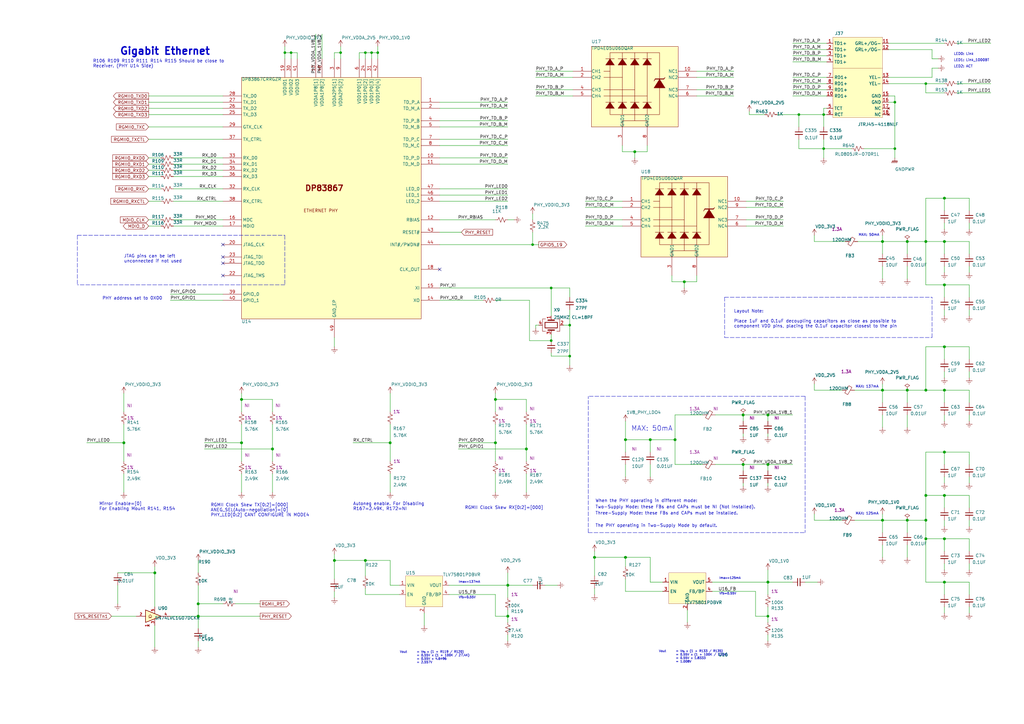
<source format=kicad_sch>
(kicad_sch (version 20210126) (generator eeschema)
  (paper "A3")
  (title_block (title "BeagleBone AI AM57x") (date "2021-01-15") (rev "Kicad-A1") (company "KiCad Services Corporation"))
  (junction (at 50.8 181.61) (diameter 1.016))
  (junction (at 63.5 234.95) (diameter 1.016))
  (junction (at 81.28 247.65) (diameter 1.016))
  (junction (at 81.28 252.73) (diameter 1.016))
  (junction (at 99.06 163.83) (diameter 1.016))
  (junction (at 99.06 181.61) (diameter 1.016))
  (junction (at 111.76 184.15) (diameter 1.016))
  (junction (at 116.84 21.59) (diameter 0.9144))
  (junction (at 119.38 21.59) (diameter 0.9144))
  (junction (at 137.16 229.87) (diameter 1.016))
  (junction (at 139.7 21.59) (diameter 0.9144))
  (junction (at 149.86 21.59) (diameter 0.9144))
  (junction (at 149.86 229.87) (diameter 1.016))
  (junction (at 152.4 21.59) (diameter 0.9144))
  (junction (at 154.94 21.59) (diameter 0.9144))
  (junction (at 160.02 181.61) (diameter 1.016))
  (junction (at 203.2 163.83) (diameter 1.016))
  (junction (at 203.2 181.61) (diameter 1.016))
  (junction (at 208.28 240.03) (diameter 1.016))
  (junction (at 208.28 252.73) (diameter 1.016))
  (junction (at 215.9 184.15) (diameter 1.016))
  (junction (at 218.44 100.33) (diameter 0.9144))
  (junction (at 226.06 118.11) (diameter 0.9144))
  (junction (at 226.06 139.7) (diameter 0.9144))
  (junction (at 233.68 133.35) (diameter 0.9144))
  (junction (at 233.68 146.05) (diameter 0.9144))
  (junction (at 243.84 228.6) (diameter 1.016))
  (junction (at 256.54 180.34) (diameter 1.016))
  (junction (at 256.54 228.6) (diameter 1.016))
  (junction (at 260.35 62.23) (diameter 1.016))
  (junction (at 266.7 180.34) (diameter 1.016))
  (junction (at 276.86 180.34) (diameter 1.016))
  (junction (at 280.67 115.57) (diameter 1.016))
  (junction (at 304.8 170.18) (diameter 1.016))
  (junction (at 304.8 190.5) (diameter 1.016))
  (junction (at 314.96 170.18) (diameter 1.016))
  (junction (at 314.96 190.5) (diameter 1.016))
  (junction (at 314.96 238.76) (diameter 1.016))
  (junction (at 314.96 252.73) (diameter 0.9144))
  (junction (at 327.66 46.99) (diameter 0.9144))
  (junction (at 337.82 46.99) (diameter 0.9144))
  (junction (at 337.82 60.96) (diameter 0.9144))
  (junction (at 361.95 99.06) (diameter 1.016))
  (junction (at 361.95 160.02) (diameter 1.016))
  (junction (at 361.95 213.36) (diameter 1.016))
  (junction (at 367.03 41.91) (diameter 0.9144))
  (junction (at 367.03 60.96) (diameter 0.9144))
  (junction (at 372.11 99.06) (diameter 1.016))
  (junction (at 372.11 160.02) (diameter 1.016))
  (junction (at 372.11 213.36) (diameter 1.016))
  (junction (at 379.73 34.29) (diameter 0.9144))
  (junction (at 379.73 99.06) (diameter 1.016))
  (junction (at 379.73 160.02) (diameter 1.016))
  (junction (at 379.73 203.2) (diameter 1.016))
  (junction (at 379.73 213.36) (diameter 1.016))
  (junction (at 379.73 220.98) (diameter 1.016))
  (junction (at 387.35 81.28) (diameter 1.016))
  (junction (at 387.35 99.06) (diameter 1.016))
  (junction (at 387.35 116.84) (diameter 1.016))
  (junction (at 387.35 142.24) (diameter 1.016))
  (junction (at 387.35 160.02) (diameter 1.016))
  (junction (at 387.35 185.42) (diameter 1.016))
  (junction (at 387.35 203.2) (diameter 1.016))
  (junction (at 387.35 220.98) (diameter 1.016))
  (junction (at 387.35 238.76) (diameter 1.016))
  (no_connect (at 91.44 100.33))
  (no_connect (at 91.44 105.41))
  (no_connect (at 91.44 107.95))
  (no_connect (at 91.44 113.03))
  (no_connect (at 180.34 110.49))
  (wire (pts (xy 48.26 234.95) (xy 63.5 234.95)))
  (wire (pts (xy 48.26 240.03) (xy 48.26 247.65)))
  (wire (pts (xy 50.8 168.91) (xy 50.8 161.29)))
  (wire (pts (xy 50.8 181.61) (xy 35.56 181.61)))
  (wire (pts (xy 50.8 181.61) (xy 50.8 173.99)))
  (wire (pts (xy 50.8 189.23) (xy 50.8 181.61)))
  (wire (pts (xy 50.8 201.93) (xy 50.8 194.31)))
  (wire (pts (xy 55.88 252.73) (xy 45.72 252.73)))
  (wire (pts (xy 60.96 39.37) (xy 91.44 39.37)))
  (wire (pts (xy 60.96 41.91) (xy 91.44 41.91)))
  (wire (pts (xy 60.96 44.45) (xy 91.44 44.45)))
  (wire (pts (xy 60.96 46.99) (xy 91.44 46.99)))
  (wire (pts (xy 60.96 52.07) (xy 91.44 52.07)))
  (wire (pts (xy 60.96 57.15) (xy 91.44 57.15)))
  (wire (pts (xy 60.96 64.77) (xy 66.04 64.77)))
  (wire (pts (xy 60.96 67.31) (xy 66.04 67.31)))
  (wire (pts (xy 60.96 69.85) (xy 66.04 69.85)))
  (wire (pts (xy 60.96 72.39) (xy 66.04 72.39)))
  (wire (pts (xy 60.96 77.47) (xy 66.04 77.47)))
  (wire (pts (xy 60.96 82.55) (xy 66.04 82.55)))
  (wire (pts (xy 60.96 90.17) (xy 66.04 90.17)))
  (wire (pts (xy 60.96 92.71) (xy 66.04 92.71)))
  (wire (pts (xy 63.5 234.95) (xy 63.5 232.41)))
  (wire (pts (xy 63.5 248.92) (xy 63.5 234.95)))
  (wire (pts (xy 63.5 265.43) (xy 63.5 256.54)))
  (wire (pts (xy 69.85 120.65) (xy 91.44 120.65)))
  (wire (pts (xy 69.85 123.19) (xy 91.44 123.19)))
  (wire (pts (xy 69.85 252.73) (xy 81.28 252.73)))
  (wire (pts (xy 71.12 64.77) (xy 91.44 64.77)))
  (wire (pts (xy 71.12 67.31) (xy 91.44 67.31)))
  (wire (pts (xy 71.12 69.85) (xy 91.44 69.85)))
  (wire (pts (xy 71.12 72.39) (xy 91.44 72.39)))
  (wire (pts (xy 71.12 77.47) (xy 91.44 77.47)))
  (wire (pts (xy 71.12 82.55) (xy 91.44 82.55)))
  (wire (pts (xy 71.12 90.17) (xy 91.44 90.17)))
  (wire (pts (xy 71.12 92.71) (xy 91.44 92.71)))
  (wire (pts (xy 81.28 234.95) (xy 81.28 229.87)))
  (wire (pts (xy 81.28 247.65) (xy 81.28 240.03)))
  (wire (pts (xy 81.28 252.73) (xy 81.28 247.65)))
  (wire (pts (xy 81.28 252.73) (xy 81.28 257.81)))
  (wire (pts (xy 81.28 252.73) (xy 106.68 252.73)))
  (wire (pts (xy 81.28 265.43) (xy 81.28 262.89)))
  (wire (pts (xy 91.44 247.65) (xy 81.28 247.65)))
  (wire (pts (xy 99.06 163.83) (xy 99.06 161.29)))
  (wire (pts (xy 99.06 168.91) (xy 99.06 163.83)))
  (wire (pts (xy 99.06 181.61) (xy 83.82 181.61)))
  (wire (pts (xy 99.06 181.61) (xy 99.06 173.99)))
  (wire (pts (xy 99.06 189.23) (xy 99.06 181.61)))
  (wire (pts (xy 99.06 201.93) (xy 99.06 194.31)))
  (wire (pts (xy 106.68 247.65) (xy 96.52 247.65)))
  (wire (pts (xy 111.76 163.83) (xy 99.06 163.83)))
  (wire (pts (xy 111.76 168.91) (xy 111.76 163.83)))
  (wire (pts (xy 111.76 184.15) (xy 83.82 184.15)))
  (wire (pts (xy 111.76 184.15) (xy 111.76 173.99)))
  (wire (pts (xy 111.76 189.23) (xy 111.76 184.15)))
  (wire (pts (xy 111.76 201.93) (xy 111.76 194.31)))
  (wire (pts (xy 116.84 19.05) (xy 116.84 21.59)))
  (wire (pts (xy 116.84 21.59) (xy 116.84 24.13)))
  (wire (pts (xy 119.38 21.59) (xy 116.84 21.59)))
  (wire (pts (xy 119.38 24.13) (xy 119.38 21.59)))
  (wire (pts (xy 121.92 21.59) (xy 119.38 21.59)))
  (wire (pts (xy 121.92 24.13) (xy 121.92 21.59)))
  (wire (pts (xy 129.54 13.97) (xy 129.54 24.13)))
  (wire (pts (xy 132.08 13.97) (xy 132.08 24.13)))
  (wire (pts (xy 137.16 21.59) (xy 137.16 24.13)))
  (wire (pts (xy 137.16 138.43) (xy 137.16 142.24)))
  (wire (pts (xy 137.16 229.87) (xy 137.16 227.33)))
  (wire (pts (xy 137.16 237.49) (xy 137.16 229.87)))
  (wire (pts (xy 137.16 245.11) (xy 137.16 242.57)))
  (wire (pts (xy 139.7 19.05) (xy 139.7 21.59)))
  (wire (pts (xy 139.7 21.59) (xy 137.16 21.59)))
  (wire (pts (xy 139.7 21.59) (xy 139.7 24.13)))
  (wire (pts (xy 147.32 21.59) (xy 147.32 24.13)))
  (wire (pts (xy 149.86 21.59) (xy 147.32 21.59)))
  (wire (pts (xy 149.86 21.59) (xy 149.86 24.13)))
  (wire (pts (xy 149.86 229.87) (xy 137.16 229.87)))
  (wire (pts (xy 149.86 236.22) (xy 149.86 229.87)))
  (wire (pts (xy 149.86 243.84) (xy 149.86 241.3)))
  (wire (pts (xy 149.86 243.84) (xy 163.83 243.84)))
  (wire (pts (xy 152.4 21.59) (xy 149.86 21.59)))
  (wire (pts (xy 152.4 21.59) (xy 152.4 24.13)))
  (wire (pts (xy 154.94 19.05) (xy 154.94 21.59)))
  (wire (pts (xy 154.94 21.59) (xy 152.4 21.59)))
  (wire (pts (xy 154.94 21.59) (xy 154.94 24.13)))
  (wire (pts (xy 160.02 168.91) (xy 160.02 161.29)))
  (wire (pts (xy 160.02 181.61) (xy 144.78 181.61)))
  (wire (pts (xy 160.02 181.61) (xy 160.02 173.99)))
  (wire (pts (xy 160.02 189.23) (xy 160.02 181.61)))
  (wire (pts (xy 160.02 201.93) (xy 160.02 194.31)))
  (wire (pts (xy 160.02 229.87) (xy 149.86 229.87)))
  (wire (pts (xy 160.02 240.03) (xy 160.02 229.87)))
  (wire (pts (xy 163.83 240.03) (xy 160.02 240.03)))
  (wire (pts (xy 173.99 256.54) (xy 173.99 251.46)))
  (wire (pts (xy 180.34 41.91) (xy 208.28 41.91)))
  (wire (pts (xy 180.34 44.45) (xy 208.28 44.45)))
  (wire (pts (xy 180.34 49.53) (xy 208.28 49.53)))
  (wire (pts (xy 180.34 52.07) (xy 208.28 52.07)))
  (wire (pts (xy 180.34 57.15) (xy 208.28 57.15)))
  (wire (pts (xy 180.34 59.69) (xy 208.28 59.69)))
  (wire (pts (xy 180.34 64.77) (xy 208.28 64.77)))
  (wire (pts (xy 180.34 67.31) (xy 208.28 67.31)))
  (wire (pts (xy 180.34 77.47) (xy 208.28 77.47)))
  (wire (pts (xy 180.34 80.01) (xy 208.28 80.01)))
  (wire (pts (xy 180.34 82.55) (xy 208.28 82.55)))
  (wire (pts (xy 180.34 90.17) (xy 203.2 90.17)))
  (wire (pts (xy 180.34 95.25) (xy 189.23 95.25)))
  (wire (pts (xy 180.34 100.33) (xy 218.44 100.33)))
  (wire (pts (xy 180.34 118.11) (xy 226.06 118.11)))
  (wire (pts (xy 180.34 123.19) (xy 198.12 123.19)))
  (wire (pts (xy 184.15 240.03) (xy 208.28 240.03)))
  (wire (pts (xy 184.15 243.84) (xy 203.2 243.84)))
  (wire (pts (xy 187.96 184.15) (xy 215.9 184.15)))
  (wire (pts (xy 203.2 123.19) (xy 217.17 123.19)))
  (wire (pts (xy 203.2 163.83) (xy 203.2 161.29)))
  (wire (pts (xy 203.2 168.91) (xy 203.2 163.83)))
  (wire (pts (xy 203.2 181.61) (xy 187.96 181.61)))
  (wire (pts (xy 203.2 181.61) (xy 203.2 173.99)))
  (wire (pts (xy 203.2 189.23) (xy 203.2 181.61)))
  (wire (pts (xy 203.2 201.93) (xy 203.2 194.31)))
  (wire (pts (xy 203.2 252.73) (xy 203.2 243.84)))
  (wire (pts (xy 208.28 240.03) (xy 208.28 234.95)))
  (wire (pts (xy 208.28 240.03) (xy 218.44 240.03)))
  (wire (pts (xy 208.28 245.11) (xy 208.28 240.03)))
  (wire (pts (xy 208.28 252.73) (xy 203.2 252.73)))
  (wire (pts (xy 208.28 252.73) (xy 208.28 250.19)))
  (wire (pts (xy 208.28 255.27) (xy 208.28 252.73)))
  (wire (pts (xy 208.28 262.89) (xy 208.28 260.35)))
  (wire (pts (xy 210.82 90.17) (xy 208.28 90.17)))
  (wire (pts (xy 215.9 163.83) (xy 203.2 163.83)))
  (wire (pts (xy 215.9 168.91) (xy 215.9 163.83)))
  (wire (pts (xy 215.9 184.15) (xy 215.9 173.99)))
  (wire (pts (xy 215.9 189.23) (xy 215.9 184.15)))
  (wire (pts (xy 215.9 201.93) (xy 215.9 194.31)))
  (wire (pts (xy 217.17 123.19) (xy 217.17 139.7)))
  (wire (pts (xy 218.44 87.63) (xy 218.44 90.17)))
  (wire (pts (xy 218.44 95.25) (xy 218.44 100.33)))
  (wire (pts (xy 218.44 100.33) (xy 220.98 100.33)))
  (wire (pts (xy 219.71 133.35) (xy 219.71 134.62)))
  (wire (pts (xy 220.98 133.35) (xy 219.71 133.35)))
  (wire (pts (xy 226.06 118.11) (xy 226.06 129.54)))
  (wire (pts (xy 226.06 118.11) (xy 233.68 118.11)))
  (wire (pts (xy 226.06 137.16) (xy 226.06 139.7)))
  (wire (pts (xy 226.06 139.7) (xy 217.17 139.7)))
  (wire (pts (xy 226.06 144.78) (xy 226.06 146.05)))
  (wire (pts (xy 226.06 146.05) (xy 233.68 146.05)))
  (wire (pts (xy 228.6 240.03) (xy 223.52 240.03)))
  (wire (pts (xy 231.14 133.35) (xy 233.68 133.35)))
  (wire (pts (xy 233.68 118.11) (xy 233.68 121.92)))
  (wire (pts (xy 233.68 127) (xy 233.68 133.35)))
  (wire (pts (xy 233.68 133.35) (xy 233.68 146.05)))
  (wire (pts (xy 233.68 146.05) (xy 233.68 149.86)))
  (wire (pts (xy 234.95 29.21) (xy 219.71 29.21)))
  (wire (pts (xy 234.95 31.75) (xy 219.71 31.75)))
  (wire (pts (xy 234.95 36.83) (xy 219.71 36.83)))
  (wire (pts (xy 234.95 39.37) (xy 219.71 39.37)))
  (wire (pts (xy 243.84 228.6) (xy 243.84 226.06)))
  (wire (pts (xy 243.84 228.6) (xy 256.54 228.6)))
  (wire (pts (xy 243.84 236.22) (xy 243.84 228.6)))
  (wire (pts (xy 243.84 243.84) (xy 243.84 241.3)))
  (wire (pts (xy 255.27 62.23) (xy 255.27 59.69)))
  (wire (pts (xy 255.27 82.55) (xy 240.03 82.55)))
  (wire (pts (xy 255.27 85.09) (xy 240.03 85.09)))
  (wire (pts (xy 255.27 90.17) (xy 240.03 90.17)))
  (wire (pts (xy 255.27 92.71) (xy 240.03 92.71)))
  (wire (pts (xy 256.54 180.34) (xy 256.54 172.72)))
  (wire (pts (xy 256.54 180.34) (xy 266.7 180.34)))
  (wire (pts (xy 256.54 185.42) (xy 256.54 180.34)))
  (wire (pts (xy 256.54 195.58) (xy 256.54 190.5)))
  (wire (pts (xy 256.54 228.6) (xy 266.7 228.6)))
  (wire (pts (xy 256.54 232.41) (xy 256.54 228.6)))
  (wire (pts (xy 256.54 242.57) (xy 256.54 237.49)))
  (wire (pts (xy 256.54 242.57) (xy 271.78 242.57)))
  (wire (pts (xy 260.35 62.23) (xy 255.27 62.23)))
  (wire (pts (xy 260.35 62.23) (xy 260.35 64.77)))
  (wire (pts (xy 265.43 59.69) (xy 265.43 62.23)))
  (wire (pts (xy 265.43 62.23) (xy 260.35 62.23)))
  (wire (pts (xy 266.7 180.34) (xy 276.86 180.34)))
  (wire (pts (xy 266.7 185.42) (xy 266.7 180.34)))
  (wire (pts (xy 266.7 195.58) (xy 266.7 190.5)))
  (wire (pts (xy 266.7 228.6) (xy 266.7 238.76)))
  (wire (pts (xy 266.7 238.76) (xy 271.78 238.76)))
  (wire (pts (xy 275.59 113.03) (xy 275.59 115.57)))
  (wire (pts (xy 275.59 115.57) (xy 280.67 115.57)))
  (wire (pts (xy 276.86 170.18) (xy 288.29 170.18)))
  (wire (pts (xy 276.86 180.34) (xy 276.86 170.18)))
  (wire (pts (xy 276.86 190.5) (xy 276.86 180.34)))
  (wire (pts (xy 280.67 115.57) (xy 280.67 118.11)))
  (wire (pts (xy 280.67 115.57) (xy 285.75 115.57)))
  (wire (pts (xy 281.94 255.27) (xy 281.94 250.19)))
  (wire (pts (xy 285.75 115.57) (xy 285.75 113.03)))
  (wire (pts (xy 288.29 190.5) (xy 276.86 190.5)))
  (wire (pts (xy 292.1 238.76) (xy 314.96 238.76)))
  (wire (pts (xy 293.37 170.18) (xy 304.8 170.18)))
  (wire (pts (xy 293.37 190.5) (xy 304.8 190.5)))
  (wire (pts (xy 300.99 29.21) (xy 285.75 29.21)))
  (wire (pts (xy 300.99 31.75) (xy 285.75 31.75)))
  (wire (pts (xy 300.99 36.83) (xy 285.75 36.83)))
  (wire (pts (xy 300.99 39.37) (xy 285.75 39.37)))
  (wire (pts (xy 304.8 170.18) (xy 314.96 170.18)))
  (wire (pts (xy 304.8 172.72) (xy 304.8 170.18)))
  (wire (pts (xy 304.8 179.07) (xy 304.8 177.8)))
  (wire (pts (xy 304.8 190.5) (xy 314.96 190.5)))
  (wire (pts (xy 304.8 193.04) (xy 304.8 190.5)))
  (wire (pts (xy 304.8 199.39) (xy 304.8 198.12)))
  (wire (pts (xy 307.34 45.72) (xy 307.34 46.99)))
  (wire (pts (xy 309.88 242.57) (xy 292.1 242.57)))
  (wire (pts (xy 309.88 252.73) (xy 309.88 242.57)))
  (wire (pts (xy 313.69 46.99) (xy 307.34 46.99)))
  (wire (pts (xy 314.96 170.18) (xy 325.12 170.18)))
  (wire (pts (xy 314.96 172.72) (xy 314.96 170.18)))
  (wire (pts (xy 314.96 179.07) (xy 314.96 177.8)))
  (wire (pts (xy 314.96 190.5) (xy 325.12 190.5)))
  (wire (pts (xy 314.96 193.04) (xy 314.96 190.5)))
  (wire (pts (xy 314.96 199.39) (xy 314.96 198.12)))
  (wire (pts (xy 314.96 238.76) (xy 314.96 233.68)))
  (wire (pts (xy 314.96 238.76) (xy 325.12 238.76)))
  (wire (pts (xy 314.96 243.84) (xy 314.96 238.76)))
  (wire (pts (xy 314.96 252.73) (xy 309.88 252.73)))
  (wire (pts (xy 314.96 252.73) (xy 314.96 248.92)))
  (wire (pts (xy 314.96 252.73) (xy 314.96 255.27)))
  (wire (pts (xy 314.96 262.89) (xy 314.96 260.35)))
  (wire (pts (xy 318.77 46.99) (xy 327.66 46.99)))
  (wire (pts (xy 321.31 82.55) (xy 306.07 82.55)))
  (wire (pts (xy 321.31 85.09) (xy 306.07 85.09)))
  (wire (pts (xy 321.31 90.17) (xy 306.07 90.17)))
  (wire (pts (xy 321.31 92.71) (xy 306.07 92.71)))
  (wire (pts (xy 325.12 17.78) (xy 339.09 17.78)))
  (wire (pts (xy 325.12 20.32) (xy 339.09 20.32)))
  (wire (pts (xy 325.12 22.86) (xy 339.09 22.86)))
  (wire (pts (xy 325.12 25.4) (xy 339.09 25.4)))
  (wire (pts (xy 325.12 31.75) (xy 339.09 31.75)))
  (wire (pts (xy 325.12 34.29) (xy 339.09 34.29)))
  (wire (pts (xy 325.12 36.83) (xy 339.09 36.83)))
  (wire (pts (xy 325.12 39.37) (xy 339.09 39.37)))
  (wire (pts (xy 327.66 46.99) (xy 327.66 52.07)))
  (wire (pts (xy 327.66 46.99) (xy 337.82 46.99)))
  (wire (pts (xy 327.66 57.15) (xy 327.66 60.96)))
  (wire (pts (xy 327.66 60.96) (xy 337.82 60.96)))
  (wire (pts (xy 334.01 99.06) (xy 334.01 96.52)))
  (wire (pts (xy 334.01 157.48) (xy 334.01 160.02)))
  (wire (pts (xy 334.01 213.36) (xy 334.01 210.82)))
  (wire (pts (xy 335.28 238.76) (xy 330.2 238.76)))
  (wire (pts (xy 337.82 44.45) (xy 337.82 46.99)))
  (wire (pts (xy 337.82 46.99) (xy 339.09 46.99)))
  (wire (pts (xy 337.82 52.07) (xy 337.82 46.99)))
  (wire (pts (xy 337.82 60.96) (xy 337.82 57.15)))
  (wire (pts (xy 337.82 60.96) (xy 337.82 64.77)))
  (wire (pts (xy 337.82 60.96) (xy 349.25 60.96)))
  (wire (pts (xy 339.09 44.45) (xy 337.82 44.45)))
  (wire (pts (xy 345.44 160.02) (xy 334.01 160.02)))
  (wire (pts (xy 345.44 213.36) (xy 334.01 213.36)))
  (wire (pts (xy 346.71 99.06) (xy 334.01 99.06)))
  (wire (pts (xy 350.52 160.02) (xy 361.95 160.02)))
  (wire (pts (xy 350.52 213.36) (xy 361.95 213.36)))
  (wire (pts (xy 351.79 99.06) (xy 361.95 99.06)))
  (wire (pts (xy 354.33 60.96) (xy 367.03 60.96)))
  (wire (pts (xy 361.95 99.06) (xy 361.95 96.52)))
  (wire (pts (xy 361.95 99.06) (xy 372.11 99.06)))
  (wire (pts (xy 361.95 104.14) (xy 361.95 99.06)))
  (wire (pts (xy 361.95 114.3) (xy 361.95 109.22)))
  (wire (pts (xy 361.95 160.02) (xy 361.95 157.48)))
  (wire (pts (xy 361.95 160.02) (xy 372.11 160.02)))
  (wire (pts (xy 361.95 165.1) (xy 361.95 160.02)))
  (wire (pts (xy 361.95 175.26) (xy 361.95 170.18)))
  (wire (pts (xy 361.95 213.36) (xy 361.95 210.82)))
  (wire (pts (xy 361.95 213.36) (xy 372.11 213.36)))
  (wire (pts (xy 361.95 218.44) (xy 361.95 213.36)))
  (wire (pts (xy 361.95 228.6) (xy 361.95 223.52)))
  (wire (pts (xy 364.49 17.78) (xy 387.35 17.78)))
  (wire (pts (xy 364.49 20.32) (xy 382.27 20.32)))
  (wire (pts (xy 364.49 31.75) (xy 382.27 31.75)))
  (wire (pts (xy 364.49 34.29) (xy 379.73 34.29)))
  (wire (pts (xy 364.49 39.37) (xy 367.03 39.37)))
  (wire (pts (xy 367.03 39.37) (xy 367.03 41.91)))
  (wire (pts (xy 367.03 41.91) (xy 364.49 41.91)))
  (wire (pts (xy 367.03 60.96) (xy 367.03 41.91)))
  (wire (pts (xy 367.03 60.96) (xy 367.03 64.77)))
  (wire (pts (xy 372.11 99.06) (xy 379.73 99.06)))
  (wire (pts (xy 372.11 104.14) (xy 372.11 99.06)))
  (wire (pts (xy 372.11 114.3) (xy 372.11 109.22)))
  (wire (pts (xy 372.11 160.02) (xy 379.73 160.02)))
  (wire (pts (xy 372.11 165.1) (xy 372.11 160.02)))
  (wire (pts (xy 372.11 175.26) (xy 372.11 170.18)))
  (wire (pts (xy 372.11 213.36) (xy 379.73 213.36)))
  (wire (pts (xy 372.11 218.44) (xy 372.11 213.36)))
  (wire (pts (xy 372.11 228.6) (xy 372.11 223.52)))
  (wire (pts (xy 379.73 34.29) (xy 387.35 34.29)))
  (wire (pts (xy 379.73 38.1) (xy 379.73 34.29)))
  (wire (pts (xy 379.73 81.28) (xy 387.35 81.28)))
  (wire (pts (xy 379.73 99.06) (xy 379.73 81.28)))
  (wire (pts (xy 379.73 99.06) (xy 387.35 99.06)))
  (wire (pts (xy 379.73 116.84) (xy 379.73 99.06)))
  (wire (pts (xy 379.73 142.24) (xy 387.35 142.24)))
  (wire (pts (xy 379.73 160.02) (xy 379.73 142.24)))
  (wire (pts (xy 379.73 160.02) (xy 387.35 160.02)))
  (wire (pts (xy 379.73 185.42) (xy 387.35 185.42)))
  (wire (pts (xy 379.73 203.2) (xy 379.73 185.42)))
  (wire (pts (xy 379.73 203.2) (xy 387.35 203.2)))
  (wire (pts (xy 379.73 213.36) (xy 379.73 203.2)))
  (wire (pts (xy 379.73 220.98) (xy 379.73 213.36)))
  (wire (pts (xy 379.73 220.98) (xy 387.35 220.98)))
  (wire (pts (xy 379.73 238.76) (xy 379.73 220.98)))
  (wire (pts (xy 382.27 20.32) (xy 382.27 24.13)))
  (wire (pts (xy 382.27 24.13) (xy 384.81 24.13)))
  (wire (pts (xy 382.27 27.94) (xy 384.81 27.94)))
  (wire (pts (xy 382.27 31.75) (xy 382.27 27.94)))
  (wire (pts (xy 387.35 38.1) (xy 379.73 38.1)))
  (wire (pts (xy 387.35 81.28) (xy 397.51 81.28)))
  (wire (pts (xy 387.35 86.36) (xy 387.35 81.28)))
  (wire (pts (xy 387.35 93.98) (xy 387.35 91.44)))
  (wire (pts (xy 387.35 99.06) (xy 397.51 99.06)))
  (wire (pts (xy 387.35 104.14) (xy 387.35 99.06)))
  (wire (pts (xy 387.35 111.76) (xy 387.35 109.22)))
  (wire (pts (xy 387.35 116.84) (xy 379.73 116.84)))
  (wire (pts (xy 387.35 121.92) (xy 387.35 116.84)))
  (wire (pts (xy 387.35 129.54) (xy 387.35 127)))
  (wire (pts (xy 387.35 142.24) (xy 397.51 142.24)))
  (wire (pts (xy 387.35 147.32) (xy 387.35 142.24)))
  (wire (pts (xy 387.35 154.94) (xy 387.35 152.4)))
  (wire (pts (xy 387.35 160.02) (xy 397.51 160.02)))
  (wire (pts (xy 387.35 165.1) (xy 387.35 160.02)))
  (wire (pts (xy 387.35 172.72) (xy 387.35 170.18)))
  (wire (pts (xy 387.35 185.42) (xy 397.51 185.42)))
  (wire (pts (xy 387.35 190.5) (xy 387.35 185.42)))
  (wire (pts (xy 387.35 198.12) (xy 387.35 195.58)))
  (wire (pts (xy 387.35 203.2) (xy 397.51 203.2)))
  (wire (pts (xy 387.35 208.28) (xy 387.35 203.2)))
  (wire (pts (xy 387.35 215.9) (xy 387.35 213.36)))
  (wire (pts (xy 387.35 220.98) (xy 397.51 220.98)))
  (wire (pts (xy 387.35 226.06) (xy 387.35 220.98)))
  (wire (pts (xy 387.35 233.68) (xy 387.35 231.14)))
  (wire (pts (xy 387.35 238.76) (xy 379.73 238.76)))
  (wire (pts (xy 387.35 243.84) (xy 387.35 238.76)))
  (wire (pts (xy 387.35 251.46) (xy 387.35 248.92)))
  (wire (pts (xy 392.43 17.78) (xy 406.4 17.78)))
  (wire (pts (xy 392.43 34.29) (xy 406.4 34.29)))
  (wire (pts (xy 392.43 38.1) (xy 406.4 38.1)))
  (wire (pts (xy 397.51 81.28) (xy 397.51 86.36)))
  (wire (pts (xy 397.51 93.98) (xy 397.51 91.44)))
  (wire (pts (xy 397.51 99.06) (xy 397.51 104.14)))
  (wire (pts (xy 397.51 111.76) (xy 397.51 109.22)))
  (wire (pts (xy 397.51 116.84) (xy 387.35 116.84)))
  (wire (pts (xy 397.51 121.92) (xy 397.51 116.84)))
  (wire (pts (xy 397.51 129.54) (xy 397.51 127)))
  (wire (pts (xy 397.51 142.24) (xy 397.51 147.32)))
  (wire (pts (xy 397.51 154.94) (xy 397.51 152.4)))
  (wire (pts (xy 397.51 160.02) (xy 397.51 165.1)))
  (wire (pts (xy 397.51 172.72) (xy 397.51 170.18)))
  (wire (pts (xy 397.51 185.42) (xy 397.51 190.5)))
  (wire (pts (xy 397.51 198.12) (xy 397.51 195.58)))
  (wire (pts (xy 397.51 203.2) (xy 397.51 208.28)))
  (wire (pts (xy 397.51 215.9) (xy 397.51 213.36)))
  (wire (pts (xy 397.51 220.98) (xy 397.51 226.06)))
  (wire (pts (xy 397.51 233.68) (xy 397.51 231.14)))
  (wire (pts (xy 397.51 238.76) (xy 387.35 238.76)))
  (wire (pts (xy 397.51 243.84) (xy 397.51 238.76)))
  (wire (pts (xy 397.51 251.46) (xy 397.51 248.92)))
  (polyline (pts (xy 31.75 96.52) (xy 31.75 116.84)) (stroke (width 0) (type dash)))
  (polyline (pts (xy 31.75 96.52) (xy 116.84 96.52)) (stroke (width 0) (type dash)))
  (polyline (pts (xy 116.84 96.52) (xy 116.84 116.84)) (stroke (width 0) (type dash)))
  (polyline (pts (xy 116.84 116.84) (xy 31.75 116.84)) (stroke (width 0) (type dash)))
  (polyline (pts (xy 241.3 218.44) (xy 241.3 162.56)) (stroke (width 0.1524) (type dash)))
  (polyline (pts (xy 241.3 218.44) (xy 330.2 218.44)) (stroke (width 0.1524) (type dash)))
  (polyline (pts (xy 297.18 121.92) (xy 297.18 138.43)) (stroke (width 0) (type dash)))
  (polyline (pts (xy 297.18 121.92) (xy 382.27 121.92)) (stroke (width 0) (type dash)))
  (polyline (pts (xy 297.18 138.43) (xy 382.27 138.43)) (stroke (width 0) (type dash)))
  (polyline (pts (xy 330.2 162.56) (xy 241.3 162.56)) (stroke (width 0.1524) (type dash)))
  (polyline (pts (xy 330.2 162.56) (xy 330.2 218.44)) (stroke (width 0.1524) (type dash)))
  (polyline (pts (xy 382.27 138.43) (xy 382.27 121.92)) (stroke (width 0) (type dash)))
  (text "R106 R109 R110 R111 R114 R115 Should be close to\nReceiver. (PHY U14 Side)" (at 38.1 27.94 0) (effects (font (size 1.27 1.27)) (justify left bottom)))
  (text "Mirror Enable=[0]\nFor Enabling Mount R141, R154" (at 40.64 209.55 0) (effects (font (size 1.27 1.27)) (justify left bottom)))
  (text "PHY address set to 0X00" (at 41.91 123.19 0) (effects (font (size 1.27 1.27)) (justify left bottom)))
  (text "JTAG pins can be left\nunconnected if not used" (at 50.8 107.95 0) (effects (font (size 1.27 1.27)) (justify left bottom)))
  (text "Gigabit Ethernet" (at 86.36 22.86 180) (effects (font (size 3 3) (thickness 0.6) bold) (justify right bottom)))
  (text "RGMII Clock Skew TX[0:2]=[000]\nANEG_SEL(Auto-negotiation)=[0]\nPHY_LED[0:2] CANT CONFIGURE IN MODE4" (at 86.36 212.09 0) (effects (font (size 1.27 1.27)) (justify left bottom)))
  (text "Autoneg enable. For Disabling\nR167=2.49K, R172=NI" (at 144.78 209.55 0) (effects (font (size 1.27 1.27)) (justify left bottom)))
  (text "Vout 	= V_{fb} x (1 + R119 / R120)\n		= 0.55V x (1 + 100K / 27.4K)\n		= 0.55V x 4.6496\n		= 2.557V" (at 163.9345 272.3369 0) (effects (font (size 0.889 0.889)) (justify left bottom)))
  (text "Imax=137mA" (at 188.0645 239.3169 180) (effects (font (size 0.889 0.889)) (justify left bottom)))
  (text "Vfb=0.55V" (at 188.0645 245.6669 180) (effects (font (size 0.889 0.889)) (justify left bottom)))
  (text "RGMII Clock Skew RX[0:2]=[000]" (at 190.6045 209.0909 0) (effects (font (size 1.27 1.27)) (justify left bottom)))
  (text "When the PHY operating in different mode:" (at 244.1509 206.2625 0) (effects (font (size 1.27 1.27)) (justify left bottom)))
  (text "Two-Supply Mode: these FBs and CAPs must be NI (Not Installed)." (at 244.1509 208.8025 0) (effects (font (size 1.27 1.27)) (justify left bottom)))
  (text "Three-Supply Mode: these FBs and CAPs must be installed." (at 244.1509 211.3425 0) (effects (font (size 1.27 1.27)) (justify left bottom)))
  (text "The PHY operating in Two-Supply Mode by default." (at 244.1509 216.4225 0) (effects (font (size 1.27 1.27)) (justify left bottom)))
  (text "Vout	= V_{fb} x (1 + R133 / R135)\n		= 0.55V x (1 + 100K / 120K)\n		= 0.55V x 1.8333\n		= 1.008V" (at 270.1991 272.0485 0) (effects (font (size 0.889 0.889)) (justify left bottom)))
  (text "MAX: 50mA" (at 275.9009 177.0525 180) (effects (font (size 2.032 2.032)) (justify right bottom)))
  (text "Imax=125mA" (at 294.9509 237.7585 180) (effects (font (size 0.889 0.889)) (justify left bottom)))
  (text "Vfb=0.55V" (at 294.9509 244.1085 180) (effects (font (size 0.889 0.889)) (justify left bottom)))
  (text "Layout Note:\n\nPlace 1uF and 0.1uF decoupling capacitors as close as possible to\ncomponent VDD pins, placing the 0.1uF capacitor closest to the pin" (at 300.99 134.62 0) (effects (font (size 1.27 1.27)) (justify left bottom)))
  (text "MAX: 137mA" (at 350.8309 159.2725 180) (effects (font (size 1.016 1.016)) (justify left bottom)))
  (text "MAX: 125mA" (at 350.8309 211.3425 180) (effects (font (size 1.016 1.016)) (justify left bottom)))
  (text "MAX: 50mA" (at 352.1009 97.0425 180) (effects (font (size 1.016 1.016)) (justify left bottom)))
  (text "LED0: Link" (at 391.16 22.86 180) (effects (font (size 1.016 1.016)) (justify left bottom)))
  (text "LED1: Link_1000BT" (at 391.16 25.4 180) (effects (font (size 1.016 1.016)) (justify left bottom)))
  (text "LED2: ACT" (at 391.16 27.94 180) (effects (font (size 1.016 1.016)) (justify left bottom)))
  (label "PHY_LED0" (at 35.56 181.61 0))
  (label "PHY_GPIO0" (at 69.85 120.65 0))
  (label "PHY_GPIO1" (at 69.85 123.19 0))
  (label "PHY_LED1" (at 83.82 181.61 0))
  (label "PHY_LED2" (at 83.82 184.15 0))
  (label "RX_D0" (at 88.9 64.77 180))
  (label "RX_D1" (at 88.9 67.31 180))
  (label "RX_D2" (at 88.9 69.85 180))
  (label "RX_D3" (at 88.9 72.39 180))
  (label "RX_CLK" (at 88.9 77.47 180))
  (label "RX_CTRL" (at 88.9 82.55 180))
  (label "PHY_MDC" (at 88.9 90.17 180))
  (label "PHY_MDIO" (at 88.9 92.71 180))
  (label "PHY_VDDA_1V8_1" (at 129.54 13.97 270))
  (label "PHY_VDDA_1V8_2" (at 132.08 13.97 270))
  (label "RX_CTRL" (at 144.78 181.61 0))
  (label "PHY_XI" (at 180.34 118.11 0))
  (label "PHY_XO_R" (at 180.34 123.19 0))
  (label "PHY_GPIO0" (at 187.96 181.61 0))
  (label "PHY_GPIO1" (at 187.96 184.15 0))
  (label "U15_FB" (at 187.96 243.84 0))
  (label "PHY_RBIAS" (at 198.12 90.17 180))
  (label "PHY_TD_A_P" (at 208.28 41.91 180))
  (label "PHY_TD_A_M" (at 208.28 44.45 180))
  (label "PHY_TD_B_P" (at 208.28 49.53 180))
  (label "PHY_TD_B_M" (at 208.28 52.07 180))
  (label "PHY_TD_C_P" (at 208.28 57.15 180))
  (label "PHY_TD_C_M" (at 208.28 59.69 180))
  (label "PHY_TD_D_P" (at 208.28 64.77 180))
  (label "PHY_TD_D_M" (at 208.28 67.31 180))
  (label "PHY_LED0" (at 208.28 77.47 180))
  (label "PHY_LED1" (at 208.28 80.01 180))
  (label "PHY_LED2" (at 208.28 82.55 180))
  (label "PHY_TD_A_P" (at 219.71 29.21 0))
  (label "PHY_TD_A_M" (at 219.71 31.75 0))
  (label "PHY_TD_B_P" (at 219.71 36.83 0))
  (label "PHY_TD_B_M" (at 219.71 39.37 0))
  (label "PHY_TD_C_P" (at 240.03 82.55 0))
  (label "PHY_TD_C_M" (at 240.03 85.09 0))
  (label "PHY_TD_D_P" (at 240.03 90.17 0))
  (label "PHY_TD_D_M" (at 240.03 92.71 0))
  (label "U16_FB" (at 294.64 242.57 0))
  (label "PHY_TD_A_P" (at 300.99 29.21 180))
  (label "PHY_TD_A_M" (at 300.99 31.75 180))
  (label "PHY_TD_B_P" (at 300.99 36.83 180))
  (label "PHY_TD_B_M" (at 300.99 39.37 180))
  (label "PHY_TD_C_P" (at 321.31 82.55 180))
  (label "PHY_TD_C_M" (at 321.31 85.09 180))
  (label "PHY_TD_D_P" (at 321.31 90.17 180))
  (label "PHY_TD_D_M" (at 321.31 92.71 180))
  (label "PHY_TD_A_P" (at 325.12 17.78 0))
  (label "PHY_TD_A_M" (at 325.12 20.32 0))
  (label "PHY_TD_B_P" (at 325.12 22.86 0))
  (label "PHY_TD_B_M" (at 325.12 25.4 0))
  (label "PHY_TD_C_P" (at 325.12 31.75 0))
  (label "PHY_TD_C_M" (at 325.12 34.29 0))
  (label "PHY_TD_D_P" (at 325.12 36.83 0))
  (label "PHY_TD_D_M" (at 325.12 39.37 0))
  (label "PHY_VDDA_1V8_1" (at 325.12 170.18 180))
  (label "PHY_VDDA_1V8_2" (at 325.12 190.5 180))
  (label "PHY_LED2" (at 406.4 17.78 180))
  (label "PHY_LED0" (at 406.4 34.29 180))
  (label "PHY_LED1" (at 406.4 38.1 180))
  (global_label "SYS_RESETn1" (shape input) (at 45.72 252.73 180) (property "Intersheet References" "${INTERSHEET_REFS}" (at 29.2039 252.6506 0) (effects (justify right))))
  (global_label "RGMII0_TXD0" (shape output) (at 60.96 39.37 180) (property "Intersheet References" "${INTERSHEET_REFS}" (at 44.9881 39.2906 0) (effects (justify right))))
  (global_label "RGMII0_TXD1" (shape output) (at 60.96 41.91 180) (property "Intersheet References" "${INTERSHEET_REFS}" (at 44.9881 41.8306 0) (effects (justify right))))
  (global_label "RGMII0_TXD2" (shape output) (at 60.96 44.45 180) (property "Intersheet References" "${INTERSHEET_REFS}" (at 44.9881 44.3706 0) (effects (justify right))))
  (global_label "RGMII0_TXD3" (shape output) (at 60.96 46.99 180) (property "Intersheet References" "${INTERSHEET_REFS}" (at 44.9881 46.9106 0) (effects (justify right))))
  (global_label "RGMII0_TXC" (shape input) (at 60.96 52.07 180) (property "Intersheet References" "${INTERSHEET_REFS}" (at 46.1977 51.9906 0) (effects (justify right))))
  (global_label "RGMII0_TXCTL" (shape input) (at 60.96 57.15 180) (property "Intersheet References" "${INTERSHEET_REFS}" (at 44.2019 57.0706 0) (effects (justify right))))
  (global_label "RGMII0_RXD0" (shape input) (at 60.96 64.77 180) (property "Intersheet References" "${INTERSHEET_REFS}" (at 44.6858 64.6906 0) (effects (justify right))))
  (global_label "RGMII0_RXD1" (shape input) (at 60.96 67.31 180) (property "Intersheet References" "${INTERSHEET_REFS}" (at 44.6858 67.2306 0) (effects (justify right))))
  (global_label "RGMII0_RXD2" (shape input) (at 60.96 69.85 180) (property "Intersheet References" "${INTERSHEET_REFS}" (at 44.6858 69.7706 0) (effects (justify right))))
  (global_label "RGMII0_RXD3" (shape input) (at 60.96 72.39 180) (property "Intersheet References" "${INTERSHEET_REFS}" (at 44.6858 72.3106 0) (effects (justify right))))
  (global_label "RGMII0_RXC" (shape input) (at 60.96 77.47 180) (property "Intersheet References" "${INTERSHEET_REFS}" (at 45.8953 77.3906 0) (effects (justify right))))
  (global_label "RGMII0_RXCTL" (shape input) (at 60.96 82.55 180) (property "Intersheet References" "${INTERSHEET_REFS}" (at 43.8996 82.4706 0) (effects (justify right))))
  (global_label "MDIO_CLK" (shape input) (at 60.96 90.17 180) (property "Intersheet References" "${INTERSHEET_REFS}" (at 47.8305 90.0906 0) (effects (justify right))))
  (global_label "MDIO_D" (shape bidirectional) (at 60.96 92.71 180) (property "Intersheet References" "${INTERSHEET_REFS}" (at 50.1286 92.6306 0) (effects (justify right))))
  (global_label "RGMII_RST" (shape output) (at 106.68 247.65 0) (property "Intersheet References" "${INTERSHEET_REFS}" (at 120.2328 247.5706 0) (effects (justify left))))
  (global_label "PHY_RESET" (shape output) (at 106.68 252.73 0) (property "Intersheet References" "${INTERSHEET_REFS}" (at 121.019 252.6506 0) (effects (justify left))))
  (global_label "PHY_RESET" (shape input) (at 189.23 95.25 0) (property "Intersheet References" "${INTERSHEET_REFS}" (at 203.569 95.1706 0) (effects (justify left))))
  (global_label "GPIO5_19" (shape output) (at 220.98 100.33 0) (property "Intersheet References" "${INTERSHEET_REFS}" (at 233.9885 100.2506 0) (effects (justify left))))
  (symbol (lib_id "power:PWR_FLAG") (at 304.8 170.18 0) (unit 1)
    (property "Reference" "#FLG0128" (effects hide))
    (property "Value" "PWR_FLAG" (at 304.8 165.1 0))
  )
  (symbol (lib_id "power:PWR_FLAG") (at 304.8 190.5 0) (unit 1)
    (property "Reference" "#FLG0129" (effects hide))
    (property "Value" "PWR_FLAG" (at 304.8 185.42 0))
  )
  (symbol (lib_id "power:PWR_FLAG") (at 372.11 99.06 0) (unit 1)
    (property "Reference" "#FLG0116" (effects hide))
    (property "Value" "PWR_FLAG" (at 372.11 93.98 0))
  )
  (symbol (lib_id "power:PWR_FLAG") (at 372.11 160.02 0) (unit 1)
    (property "Reference" "#FLG0127" (effects hide))
    (property "Value" "PWR_FLAG" (at 372.11 154.94 0))
  )
  (symbol (lib_id "power:PWR_FLAG") (at 372.11 213.36 0) (unit 1)
    (property "Reference" "#FLG0107" (effects hide))
    (property "Value" "PWR_FLAG" (at 372.11 208.28 0))
  )
  (symbol (lib_name "beaglebone-ai:PHY_VDDIO_3V3_4") (lib_id "beaglebone-ai:PHY_VDDIO_3V3") (at 50.8 161.29 0) (unit 1)
    (property "Reference" "#PWR0550" (effects hide))
    (property "Value" "PHY_VDDIO_3V3" (at 51.1683 156.9656 0) (effects (justify left top)))
  )
  (symbol (lib_id "beaglebone-ai:VDD_3V3") (at 63.5 232.41 0) (unit 1)
    (property "Reference" "#PWR0549" (effects hide))
    (property "Value" "VDD_3V3" (at 63.8683 228.0856 0) (effects (justify left top)))
  )
  (symbol (lib_id "beaglebone-ai:PHY_VDDIO_3V3") (at 81.28 229.87 0) (unit 1)
    (property "Reference" "#PWR0500" (effects hide))
    (property "Value" "PHY_VDDIO_3V3" (at 81.6483 225.5456 0) (effects (justify left top)))
  )
  (symbol (lib_name "beaglebone-ai:PHY_VDDIO_3V3_5") (lib_id "beaglebone-ai:PHY_VDDIO_3V3") (at 99.06 161.29 0) (unit 1)
    (property "Reference" "#PWR0553" (effects hide))
    (property "Value" "PHY_VDDIO_3V3" (at 99.4283 156.9656 0) (effects (justify left top)))
  )
  (symbol (lib_name "beaglebone-ai:PHY_VDDIO_3V3_2") (lib_id "beaglebone-ai:PHY_VDDIO_3V3") (at 116.84 19.05 0) (unit 1)
    (property "Reference" "#PWR0562" (effects hide))
    (property "Value" "PHY_VDDIO_3V3" (at 117.2083 14.7256 0) (effects (justify left top)))
  )
  (symbol (lib_id "beaglebone-ai:VDD_3V3") (at 137.16 227.33 0) (unit 1)
    (property "Reference" "#PWR0499" (effects hide))
    (property "Value" "VDD_3V3" (at 137.5283 223.0056 0) (effects (justify left top)))
  )
  (symbol (lib_name "beaglebone-ai:PHY_VDDA_2V5_2") (lib_id "beaglebone-ai:PHY_VDDA_2V5") (at 139.7 19.05 0) (unit 1)
    (property "Reference" "#PWR0563" (effects hide))
    (property "Value" "PHY_VDDA_2V5" (at 140.0683 14.7256 0) (effects (justify left top)))
  )
  (symbol (lib_id "beaglebone-ai:PHY_VDD_1V0") (at 154.94 19.05 0) (unit 1)
    (property "Reference" "#PWR0564" (effects hide))
    (property "Value" "PHY_VDD_1V0" (at 155.3083 14.7256 0) (effects (justify left top)))
  )
  (symbol (lib_name "beaglebone-ai:PHY_VDDIO_3V3_6") (lib_id "beaglebone-ai:PHY_VDDIO_3V3") (at 160.02 161.29 0) (unit 1)
    (property "Reference" "#PWR0554" (effects hide))
    (property "Value" "PHY_VDDIO_3V3" (at 160.3883 156.9656 0) (effects (justify left top)))
  )
  (symbol (lib_name "beaglebone-ai:PHY_VDDIO_3V3_7") (lib_id "beaglebone-ai:PHY_VDDIO_3V3") (at 203.2 161.29 0) (unit 1)
    (property "Reference" "#PWR0555" (effects hide))
    (property "Value" "PHY_VDDIO_3V3" (at 203.5683 156.9656 0) (effects (justify left top)))
  )
  (symbol (lib_id "beaglebone-ai:VDD_2V5") (at 208.28 234.95 0) (unit 1)
    (property "Reference" "#PWR0527" (effects hide))
    (property "Value" "VDD_2V5" (at 209.55 229.87 0))
  )
  (symbol (lib_name "beaglebone-ai:PHY_VDDIO_3V3_3") (lib_id "beaglebone-ai:PHY_VDDIO_3V3") (at 218.44 87.63 0) (unit 1)
    (property "Reference" "#PWR0556" (effects hide))
    (property "Value" "PHY_VDDIO_3V3" (at 218.8083 83.3056 0) (effects (justify left top)))
  )
  (symbol (lib_id "beaglebone-ai:VDD_3V3") (at 243.84 226.06 0) (unit 1)
    (property "Reference" "#PWR0477" (effects hide))
    (property "Value" "VDD_3V3" (at 244.2083 221.7356 0) (effects (justify left top)))
  )
  (symbol (lib_id "beaglebone-ai:1V8_PHY_LDO4") (at 256.54 172.72 0) (unit 1)
    (property "Reference" "#PWR0546" (effects hide))
    (property "Value" "1V8_PHY_LDO4" (at 256.9083 168.3956 0) (effects (justify left top)))
  )
  (symbol (lib_id "beaglebone-ai:PHY_VDDA_2V5") (at 307.34 45.72 0) (unit 1)
    (property "Reference" "#PWR0450" (effects hide))
    (property "Value" "PHY_VDDA_2V5" (at 307.7083 41.3956 0) (effects (justify left top)))
  )
  (symbol (lib_id "beaglebone-ai:VDD_1V0") (at 314.96 233.68 0) (unit 1)
    (property "Reference" "#PWR0426" (effects hide))
    (property "Value" "VDD_1V0" (at 315.3283 229.3556 0) (effects (justify left top)))
  )
  (symbol (lib_id "beaglebone-ai:VDD_3V3") (at 334.01 96.52 0) (unit 1)
    (property "Reference" "#PWR0437" (effects hide))
    (property "Value" "VDD_3V3" (at 334.3783 92.1956 0) (effects (justify left top)))
  )
  (symbol (lib_name "beaglebone-ai:VDD_2V5_1") (lib_id "beaglebone-ai:VDD_2V5") (at 334.01 157.48 0) (unit 1)
    (property "Reference" "#PWR0443" (effects hide))
    (property "Value" "VDD_2V5" (at 334.3783 153.1556 0) (effects (justify left top)))
  )
  (symbol (lib_id "beaglebone-ai:VDD_1V0") (at 334.01 210.82 0) (unit 1)
    (property "Reference" "#PWR0449" (effects hide))
    (property "Value" "VDD_1V0" (at 334.3783 206.4956 0) (effects (justify left top)))
  )
  (symbol (lib_name "beaglebone-ai:PHY_VDDIO_3V3_1") (lib_id "beaglebone-ai:PHY_VDDIO_3V3") (at 361.95 96.52 0) (unit 1)
    (property "Reference" "#PWR0438" (effects hide))
    (property "Value" "PHY_VDDIO_3V3" (at 354.6983 90.9256 0) (effects (justify left top)))
  )
  (symbol (lib_name "beaglebone-ai:PHY_VDDA_2V5_1") (lib_id "beaglebone-ai:PHY_VDDA_2V5") (at 361.95 157.48 0) (unit 1)
    (property "Reference" "#PWR0428" (effects hide))
    (property "Value" "PHY_VDDA_2V5" (at 354.6983 151.8856 0) (effects (justify left top)))
  )
  (symbol (lib_name "beaglebone-ai:PHY_VDD_1V0_1") (lib_id "beaglebone-ai:PHY_VDD_1V0") (at 361.95 210.82 0) (unit 1)
    (property "Reference" "#PWR0446" (effects hide))
    (property "Value" "PHY_VDD_1V0" (at 355.9683 205.2256 0) (effects (justify left top)))
  )
  (symbol (lib_id "power:GNDPWR") (at 367.03 64.77 0) (unit 1)
    (property "Reference" "#PWR0444" (effects hide))
    (property "Value" "GNDPWR" (at 367.0935 68.688 0) (effects (justify left top)))
  )
  (symbol (lib_id "power:Earth") (at 48.26 247.65 0) (unit 1)
    (property "Reference" "#PWR0489" (effects hide))
    (property "Value" "GND" (effects hide))
  )
  (symbol (lib_id "power:Earth") (at 50.8 201.93 0) (unit 1)
    (property "Reference" "#PWR0547" (effects hide))
    (property "Value" "GND" (effects hide))
  )
  (symbol (lib_id "power:Earth") (at 63.5 265.43 0) (unit 1)
    (property "Reference" "#PWR0526" (effects hide))
    (property "Value" "GND" (effects hide))
  )
  (symbol (lib_id "power:Earth") (at 81.28 265.43 0) (unit 1)
    (property "Reference" "#PWR0501" (effects hide))
    (property "Value" "GND" (effects hide))
  )
  (symbol (lib_id "power:Earth") (at 99.06 201.93 0) (unit 1)
    (property "Reference" "#PWR0490" (effects hide))
    (property "Value" "GND" (effects hide))
  )
  (symbol (lib_id "power:Earth") (at 111.76 201.93 0) (unit 1)
    (property "Reference" "#PWR0496" (effects hide))
    (property "Value" "GND" (effects hide))
  )
  (symbol (lib_id "power:Earth") (at 137.16 142.24 0) (unit 1)
    (property "Reference" "#PWR0560" (effects hide))
    (property "Value" "Earth" (effects hide))
  )
  (symbol (lib_id "power:Earth") (at 137.16 245.11 0) (unit 1)
    (property "Reference" "#PWR0495" (effects hide))
    (property "Value" "GND" (effects hide))
  )
  (symbol (lib_id "power:Earth") (at 160.02 201.93 0) (unit 1)
    (property "Reference" "#PWR0485" (effects hide))
    (property "Value" "GND" (effects hide))
  )
  (symbol (lib_id "power:Earth") (at 173.99 256.54 0) (unit 1)
    (property "Reference" "#PWR0538" (effects hide))
    (property "Value" "GND" (effects hide))
  )
  (symbol (lib_id "power:Earth") (at 203.2 201.93 0) (unit 1)
    (property "Reference" "#PWR0480" (effects hide))
    (property "Value" "GND" (effects hide))
  )
  (symbol (lib_id "power:Earth") (at 208.28 262.89 0) (unit 1)
    (property "Reference" "#PWR0530" (effects hide))
    (property "Value" "GND" (effects hide))
  )
  (symbol (lib_id "power:Earth") (at 210.82 90.17 90) (unit 1)
    (property "Reference" "#PWR0559" (effects hide))
    (property "Value" "Earth" (effects hide))
  )
  (symbol (lib_id "power:Earth") (at 215.9 201.93 0) (unit 1)
    (property "Reference" "#PWR0479" (effects hide))
    (property "Value" "GND" (effects hide))
  )
  (symbol (lib_id "power:Earth") (at 219.71 134.62 0) (unit 1)
    (property "Reference" "#PWR0458" (effects hide))
    (property "Value" "Earth" (effects hide))
  )
  (symbol (lib_id "power:Earth") (at 228.6 240.03 90) (unit 1)
    (property "Reference" "#PWR0471" (effects hide))
    (property "Value" "GND" (effects hide))
  )
  (symbol (lib_id "power:Earth") (at 233.68 149.86 0) (unit 1)
    (property "Reference" "#PWR0461" (effects hide))
    (property "Value" "Earth" (effects hide))
  )
  (symbol (lib_id "power:Earth") (at 243.84 243.84 0) (unit 1)
    (property "Reference" "#PWR0470" (effects hide))
    (property "Value" "GND" (effects hide))
  )
  (symbol (lib_id "power:Earth") (at 256.54 195.58 0) (unit 1)
    (property "Reference" "#PWR0542" (effects hide))
    (property "Value" "GND" (effects hide))
  )
  (symbol (lib_id "power:Earth") (at 260.35 64.77 0) (unit 1)
    (property "Reference" "#PWR0561" (effects hide))
    (property "Value" "GND" (effects hide))
  )
  (symbol (lib_id "power:Earth") (at 266.7 195.58 0) (unit 1)
    (property "Reference" "#PWR0540" (effects hide))
    (property "Value" "GND" (effects hide))
  )
  (symbol (lib_id "power:Earth") (at 280.67 118.11 0) (unit 1)
    (property "Reference" "#PWR0440" (effects hide))
    (property "Value" "GND" (effects hide))
  )
  (symbol (lib_id "power:Earth") (at 281.94 255.27 0) (unit 1)
    (property "Reference" "#PWR0319" (effects hide))
    (property "Value" "GND" (effects hide))
  )
  (symbol (lib_id "power:Earth") (at 304.8 179.07 0) (unit 1)
    (property "Reference" "#PWR0425" (effects hide))
    (property "Value" "GND" (effects hide))
  )
  (symbol (lib_id "power:Earth") (at 304.8 199.39 0) (unit 1)
    (property "Reference" "#PWR0427" (effects hide))
    (property "Value" "GND" (effects hide))
  )
  (symbol (lib_id "power:Earth") (at 314.96 179.07 0) (unit 1)
    (property "Reference" "#PWR0448" (effects hide))
    (property "Value" "GND" (effects hide))
  )
  (symbol (lib_id "power:Earth") (at 314.96 199.39 0) (unit 1)
    (property "Reference" "#PWR0447" (effects hide))
    (property "Value" "GND" (effects hide))
  )
  (symbol (lib_id "power:Earth") (at 314.96 262.89 0) (unit 1)
    (property "Reference" "#PWR0539" (effects hide))
    (property "Value" "GND" (effects hide))
  )
  (symbol (lib_id "power:Earth") (at 335.28 238.76 90) (unit 1)
    (property "Reference" "#PWR0441" (effects hide))
    (property "Value" "GND" (effects hide))
  )
  (symbol (lib_id "power:Earth") (at 337.82 64.77 0) (unit 1)
    (property "Reference" "#PWR0442" (effects hide))
    (property "Value" "Earth" (effects hide))
  )
  (symbol (lib_id "power:Earth") (at 361.95 114.3 0) (unit 1)
    (property "Reference" "#PWR0452" (effects hide))
    (property "Value" "GND" (effects hide))
  )
  (symbol (lib_id "power:Earth") (at 361.95 175.26 0) (unit 1)
    (property "Reference" "#PWR0445" (effects hide))
    (property "Value" "GND" (effects hide))
  )
  (symbol (lib_id "power:Earth") (at 361.95 228.6 0) (unit 1)
    (property "Reference" "#PWR0455" (effects hide))
    (property "Value" "GND" (effects hide))
  )
  (symbol (lib_id "power:Earth") (at 372.11 114.3 0) (unit 1)
    (property "Reference" "#PWR0453" (effects hide))
    (property "Value" "GND" (effects hide))
  )
  (symbol (lib_id "power:Earth") (at 372.11 175.26 0) (unit 1)
    (property "Reference" "#PWR0432" (effects hide))
    (property "Value" "GND" (effects hide))
  )
  (symbol (lib_id "power:Earth") (at 372.11 228.6 0) (unit 1)
    (property "Reference" "#PWR0456" (effects hide))
    (property "Value" "GND" (effects hide))
  )
  (symbol (lib_id "power:Earth") (at 384.81 24.13 90) (unit 1)
    (property "Reference" "#PWR0557" (effects hide))
    (property "Value" "Earth" (effects hide))
  )
  (symbol (lib_id "power:Earth") (at 384.81 27.94 90) (unit 1)
    (property "Reference" "#PWR0558" (effects hide))
    (property "Value" "Earth" (effects hide))
  )
  (symbol (lib_id "power:Earth") (at 387.35 93.98 0) (unit 1)
    (property "Reference" "#PWR0454" (effects hide))
    (property "Value" "GND" (effects hide))
  )
  (symbol (lib_id "power:Earth") (at 387.35 111.76 0) (unit 1)
    (property "Reference" "#PWR0451" (effects hide))
    (property "Value" "GND" (effects hide))
  )
  (symbol (lib_id "power:Earth") (at 387.35 129.54 0) (unit 1)
    (property "Reference" "#PWR0430" (effects hide))
    (property "Value" "GND" (effects hide))
  )
  (symbol (lib_id "power:Earth") (at 387.35 154.94 0) (unit 1)
    (property "Reference" "#PWR0435" (effects hide))
    (property "Value" "GND" (effects hide))
  )
  (symbol (lib_id "power:Earth") (at 387.35 172.72 0) (unit 1)
    (property "Reference" "#PWR0436" (effects hide))
    (property "Value" "GND" (effects hide))
  )
  (symbol (lib_id "power:Earth") (at 387.35 198.12 0) (unit 1)
    (property "Reference" "#PWR0457" (effects hide))
    (property "Value" "GND" (effects hide))
  )
  (symbol (lib_id "power:Earth") (at 387.35 215.9 0) (unit 1)
    (property "Reference" "#PWR0459" (effects hide))
    (property "Value" "GND" (effects hide))
  )
  (symbol (lib_id "power:Earth") (at 387.35 233.68 0) (unit 1)
    (property "Reference" "#PWR0462" (effects hide))
    (property "Value" "GND" (effects hide))
  )
  (symbol (lib_id "power:Earth") (at 387.35 251.46 0) (unit 1)
    (property "Reference" "#PWR0465" (effects hide))
    (property "Value" "GND" (effects hide))
  )
  (symbol (lib_id "power:Earth") (at 397.51 93.98 0) (unit 1)
    (property "Reference" "#PWR0439" (effects hide))
    (property "Value" "GND" (effects hide))
  )
  (symbol (lib_id "power:Earth") (at 397.51 111.76 0) (unit 1)
    (property "Reference" "#PWR0431" (effects hide))
    (property "Value" "GND" (effects hide))
  )
  (symbol (lib_id "power:Earth") (at 397.51 129.54 0) (unit 1)
    (property "Reference" "#PWR0429" (effects hide))
    (property "Value" "GND" (effects hide))
  )
  (symbol (lib_id "power:Earth") (at 397.51 154.94 0) (unit 1)
    (property "Reference" "#PWR0433" (effects hide))
    (property "Value" "GND" (effects hide))
  )
  (symbol (lib_id "power:Earth") (at 397.51 172.72 0) (unit 1)
    (property "Reference" "#PWR0434" (effects hide))
    (property "Value" "GND" (effects hide))
  )
  (symbol (lib_id "power:Earth") (at 397.51 198.12 0) (unit 1)
    (property "Reference" "#PWR0466" (effects hide))
    (property "Value" "GND" (effects hide))
  )
  (symbol (lib_id "power:Earth") (at 397.51 215.9 0) (unit 1)
    (property "Reference" "#PWR0460" (effects hide))
    (property "Value" "GND" (effects hide))
  )
  (symbol (lib_id "power:Earth") (at 397.51 233.68 0) (unit 1)
    (property "Reference" "#PWR0463" (effects hide))
    (property "Value" "GND" (effects hide))
  )
  (symbol (lib_id "power:Earth") (at 397.51 251.46 0) (unit 1)
    (property "Reference" "#PWR0464" (effects hide))
    (property "Value" "GND" (effects hide))
  )
  (symbol (lib_id "Device:R_Small_US") (at 50.8 171.45 0) (unit 1)
    (property "Reference" "R141" (at 52.07 173.99 0) (effects (justify left bottom)))
    (property "Value" "5.76K" (at 52.07 175.26 0) (effects (justify left top)))
    (property "Footprint" "beaglebone-ai:R0402" (effects hide))
    (property "Rating" "1%" (at 52.07 171.45 0) (effects (justify left)))
    (property "Manufacturer" "YAGEO" (effects hide))
    (property "Part Type" "Thick Film Resistor" (effects hide))
    (property "ASSY" "NI" (at 52.07 166.37 0) (effects (justify left)))
    (property "PN" "301013075" (effects hide))
    (property "Temperature" "-55C to 155C" (effects hide))
    (property "Manufacturer P/N" "RC0402FR-075K76L" (effects hide))
  )
  (symbol (lib_id "Device:R_Small_US") (at 50.8 191.77 0) (unit 1)
    (property "Reference" "R154" (at 51.9655 194.2611 0) (effects (justify left bottom)))
    (property "Value" "2.49K" (at 52.07 195.58 0) (effects (justify left top)))
    (property "Footprint" "beaglebone-ai:R0402" (effects hide))
    (property "Rating" "1%" (at 51.9655 191.7211 0) (effects (justify left)))
    (property "Embest PN" "301010856" (effects hide))
    (property "Part Type" "Thick Film Resistor" (effects hide))
    (property "Manufacturer" "YAGEO" (effects hide))
    (property "ASSY" "NI" (at 51.9655 186.6411 0) (effects (justify left)))
    (property "PN" "301010856" (effects hide))
    (property "Temperature" "-55C to 155C" (effects hide))
    (property "Manufacturer P/N" "RC0402FR-072K49L" (effects hide))
  )
  (symbol (lib_id "Device:R_Small_US") (at 68.58 64.77 90) (mirror x) (unit 1)
    (property "Reference" "R106" (at 64.77 63.519 90))
    (property "Value" "33R" (at 74.93 62.49 90) (effects (justify left top)))
    (property "Footprint" "beaglebone-ai:R0402" (effects hide))
    (property "Description" "RES,33R,+/-5%,1/16W,SMD0402" (effects hide))
    (property "Manufacturer" "YAGEO" (effects hide))
    (property "Manufacturer P/N" "RC0402JR-0733RL" (effects hide))
    (property "Rating" "5%" (effects hide))
  )
  (symbol (lib_id "Device:R_Small_US") (at 68.58 67.31 90) (mirror x) (unit 1)
    (property "Reference" "R109" (at 64.77 66.059 90))
    (property "Value" "33R" (at 74.93 65.03 90) (effects (justify left top)))
    (property "Footprint" "beaglebone-ai:R0402" (effects hide))
    (property "Description" "RES,33R,+/-5%,1/16W,SMD0402" (effects hide))
    (property "Manufacturer" "YAGEO" (effects hide))
    (property "Manufacturer P/N" "RC0402JR-0733RL" (effects hide))
    (property "Rating" "5%" (effects hide))
  )
  (symbol (lib_id "Device:R_Small_US") (at 68.58 69.85 90) (mirror x) (unit 1)
    (property "Reference" "R110" (at 64.77 68.599 90))
    (property "Value" "33R" (at 74.93 67.57 90) (effects (justify left top)))
    (property "Footprint" "beaglebone-ai:R0402" (effects hide))
    (property "Description" "RES,33R,+/-5%,1/16W,SMD0402" (effects hide))
    (property "Manufacturer" "YAGEO" (effects hide))
    (property "Manufacturer P/N" "RC0402JR-0733RL" (effects hide))
    (property "Rating" "5%" (effects hide))
  )
  (symbol (lib_id "Device:R_Small_US") (at 68.58 72.39 90) (mirror x) (unit 1)
    (property "Reference" "R111" (at 64.77 71.139 90))
    (property "Value" "33R" (at 74.93 70.11 90) (effects (justify left top)))
    (property "Footprint" "beaglebone-ai:R0402" (effects hide))
    (property "Description" "RES,33R,+/-5%,1/16W,SMD0402" (effects hide))
    (property "Manufacturer" "YAGEO" (effects hide))
    (property "Manufacturer P/N" "RC0402JR-0733RL" (effects hide))
    (property "Rating" "5%" (effects hide))
  )
  (symbol (lib_id "Device:R_Small_US") (at 68.58 77.47 90) (mirror x) (unit 1)
    (property "Reference" "R114" (at 64.77 76.219 90))
    (property "Value" "33R" (at 74.93 75.19 90) (effects (justify left top)))
    (property "Footprint" "beaglebone-ai:R0402" (effects hide))
    (property "Description" "RES,33R,+/-5%,1/16W,SMD0402" (effects hide))
    (property "Manufacturer" "YAGEO" (effects hide))
    (property "Manufacturer P/N" "RC0402JR-0733RL" (effects hide))
    (property "Rating" "5%" (effects hide))
  )
  (symbol (lib_id "Device:R_Small_US") (at 68.58 82.55 90) (mirror x) (unit 1)
    (property "Reference" "R115" (at 64.77 81.299 90))
    (property "Value" "33R" (at 74.93 80.27 90) (effects (justify left top)))
    (property "Footprint" "beaglebone-ai:R0402" (effects hide))
    (property "Description" "RES,33R,+/-5%,1/16W,SMD0402" (effects hide))
    (property "Manufacturer" "YAGEO" (effects hide))
    (property "Manufacturer P/N" "RC0402JR-0733RL" (effects hide))
    (property "Rating" "5%" (effects hide))
  )
  (symbol (lib_id "Device:R_Small_US") (at 68.58 90.17 90) (mirror x) (unit 1)
    (property "Reference" "R117" (at 64.77 88.919 90))
    (property "Value" "33R" (at 74.93 87.89 90) (effects (justify left top)))
    (property "Footprint" "beaglebone-ai:R0402" (effects hide))
    (property "Description" "RES,33R,+/-5%,1/16W,SMD0402" (effects hide))
    (property "Manufacturer" "YAGEO" (effects hide))
    (property "Manufacturer P/N" "RC0402JR-0733RL" (effects hide))
    (property "Rating" "5%" (effects hide))
  )
  (symbol (lib_id "Device:R_Small_US") (at 68.58 92.71 90) (mirror x) (unit 1)
    (property "Reference" "R116" (at 64.77 91.459 90))
    (property "Value" "33R" (at 74.93 90.43 90) (effects (justify left top)))
    (property "Footprint" "beaglebone-ai:R0402" (effects hide))
    (property "Description" "RES,33R,+/-5%,1/16W,SMD0402" (effects hide))
    (property "Manufacturer" "YAGEO" (effects hide))
    (property "Manufacturer P/N" "RC0402JR-0733RL" (effects hide))
    (property "Rating" "5%" (effects hide))
  )
  (symbol (lib_id "Device:R_Small_US") (at 81.28 237.49 0) (unit 1)
    (property "Reference" "R190" (at 81.28 231.14 0) (effects (justify left bottom)))
    (property "Value" "10K" (at 81.28 237.49 0) (effects (justify left top)))
    (property "Footprint" "beaglebone-ai:R0402" (effects hide))
    (property "Rating" "1%" (effects hide))
    (property "Manufacturer" "YAGEO" (effects hide))
    (property "Part Type" "Thick Film Resistor" (effects hide))
    (property "Embest PN" "1003001100071" (effects hide))
    (property "PN" "301010047" (effects hide))
    (property "Temperature" "-55C to 155C" (effects hide))
    (property "Manufacturer P/N" "RC0402FR-0710KL" (effects hide))
  )
  (symbol (lib_id "Device:R_Small_US") (at 93.98 247.65 90) (unit 1)
    (property "Reference" "R698" (at 92.71 245.11 90) (effects (justify left bottom)))
    (property "Value" "0R" (at 93.98 247.65 0) (effects (justify left top)))
    (property "Footprint" "beaglebone-ai:R0402" (effects hide))
    (property "Rating" "5%" (effects hide))
    (property "PN" "301010000" (effects hide))
    (property "Embest PN" "1003001100001" (effects hide))
    (property "Part Type" "Thick Film Resistor" (effects hide))
    (property "Manufacturer" "YAGEO" (effects hide))
    (property "ASSY" "NI" (at 97.79 242.57 90) (effects (justify left)))
    (property "Temperature" "-55C to 155C" (effects hide))
    (property "Manufacturer P/N" "RC0402JR-070RL" (effects hide))
  )
  (symbol (lib_id "Device:R_Small_US") (at 99.06 171.45 0) (unit 1)
    (property "Reference" "R158" (at 100.2255 173.9411 0) (effects (justify left bottom)))
    (property "Value" "5.76K" (at 100.33 175.26 0) (effects (justify left top)))
    (property "Footprint" "beaglebone-ai:R0402" (effects hide))
    (property "Rating" "1%" (at 100.2255 171.4011 0) (effects (justify left)))
    (property "ASSY" "NI" (at 100.2255 166.3211 0) (effects (justify left)))
    (property "Part Type" "Thick Film Resistor" (effects hide))
    (property "Manufacturer" "YAGEO" (effects hide))
    (property "PN" "301013075" (effects hide))
    (property "Temperature" "-55C to 155C" (effects hide))
    (property "Manufacturer P/N" "RC0402FR-075K76L" (effects hide))
  )
  (symbol (lib_id "Device:R_Small_US") (at 99.06 191.77 0) (unit 1)
    (property "Reference" "R163" (at 100.33 194.31 0) (effects (justify left bottom)))
    (property "Value" "2.49K" (at 100.33 195.58 0) (effects (justify left top)))
    (property "Footprint" "beaglebone-ai:R0402" (effects hide))
    (property "Rating" "1%" (at 100.33 191.77 0) (effects (justify left)))
    (property "ASSY" "NI" (at 100.33 186.69 0) (effects (justify left)))
    (property "Manufacturer" "YAGEO" (effects hide))
    (property "Part Type" "Thick Film Resistor" (effects hide))
    (property "Embest PN" "301010856" (effects hide))
    (property "PN" "301010856" (effects hide))
    (property "Temperature" "-55C to 155C" (effects hide))
    (property "Manufacturer P/N" "RC0402FR-072K49L" (effects hide))
  )
  (symbol (lib_id "Device:R_Small_US") (at 111.76 171.45 0) (unit 1)
    (property "Reference" "R165" (at 112.9255 173.9411 0) (effects (justify left bottom)))
    (property "Value" "5.76K" (at 113.03 175.26 0) (effects (justify left top)))
    (property "Footprint" "beaglebone-ai:R0402" (effects hide))
    (property "Rating" "1%" (at 112.9255 171.4011 0) (effects (justify left)))
    (property "ASSY" "NI" (at 112.9255 166.3211 0) (effects (justify left)))
    (property "Part Type" "Thick Film Resistor" (effects hide))
    (property "Manufacturer" "YAGEO" (effects hide))
    (property "PN" "301013075" (effects hide))
    (property "Temperature" "-55C to 155C" (effects hide))
    (property "Manufacturer P/N" "RC0402FR-075K76L" (effects hide))
  )
  (symbol (lib_id "Device:R_Small_US") (at 111.76 191.77 0) (unit 1)
    (property "Reference" "R166" (at 113.03 194.31 0) (effects (justify left bottom)))
    (property "Value" "2.49K" (at 113.03 195.58 0) (effects (justify left top)))
    (property "Footprint" "beaglebone-ai:R0402" (effects hide))
    (property "Rating" "1%" (at 113.03 191.77 0) (effects (justify left)))
    (property "ASSY" "NI" (at 113.03 186.69 0) (effects (justify left)))
    (property "Manufacturer" "YAGEO" (effects hide))
    (property "Part Type" "Thick Film Resistor" (effects hide))
    (property "Embest PN" "301010856" (effects hide))
    (property "PN" "301010856" (effects hide))
    (property "Temperature" "-55C to 155C" (effects hide))
    (property "Manufacturer P/N" "RC0402FR-072K49L" (effects hide))
  )
  (symbol (lib_id "Device:R_Small_US") (at 149.86 238.76 0) (unit 1)
    (property "Reference" "R122" (at 149.86 232.41 0) (effects (justify left bottom)))
    (property "Value" "10K" (at 149.86 238.76 0) (effects (justify left top)))
    (property "Footprint" "beaglebone-ai:R0402" (effects hide))
    (property "Rating" "1%" (effects hide))
    (property "Manufacturer" "YAGEO" (effects hide))
    (property "Part Type" "Thick Film Resistor" (effects hide))
    (property "Embest PN" "1003001100071" (effects hide))
    (property "PN" "301010047" (effects hide))
    (property "Temperature" "-55C to 155C" (effects hide))
    (property "Manufacturer P/N" "RC0402FR-0710KL" (effects hide))
  )
  (symbol (lib_id "Device:R_Small_US") (at 160.02 171.45 0) (unit 1)
    (property "Reference" "R167" (at 161.1855 176.4811 0) (effects (justify left bottom)))
    (property "Value" "5.76K" (at 161.29 177.8 0) (effects (justify left top)))
    (property "Footprint" "beaglebone-ai:R0402" (effects hide))
    (property "Rating" "1%" (at 161.1855 168.8611 0) (effects (justify left)))
    (property "Part Type" "Thick Film Resistor" (effects hide))
    (property "Manufacturer" "YAGEO" (effects hide))
    (property "PN" "301013075" (effects hide))
    (property "Temperature" "-55C to 155C" (effects hide))
    (property "Manufacturer P/N" "RC0402FR-075K76L" (effects hide))
  )
  (symbol (lib_id "Device:R_Small_US") (at 160.02 191.77 0) (unit 1)
    (property "Reference" "R172" (at 161.29 196.85 0) (effects (justify left bottom)))
    (property "Value" "2.49K" (at 161.29 198.12 0) (effects (justify left top)))
    (property "Footprint" "beaglebone-ai:R0402" (effects hide))
    (property "Rating" "1%" (at 161.29 189.23 0) (effects (justify left)))
    (property "Manufacturer" "YAGEO" (effects hide))
    (property "Part Type" "Thick Film Resistor" (effects hide))
    (property "Embest PN" "301010856" (effects hide))
    (property "PN" "301010856" (effects hide))
    (property "Temperature" "-55C to 155C" (effects hide))
    (property "Manufacturer P/N" "RC0402FR-072K49L" (effects hide))
  )
  (symbol (lib_id "Device:R_Small_US") (at 200.66 123.19 90) (mirror x) (unit 1)
    (property "Reference" "R105" (at 196.85 121.939 90))
    (property "Value" "0R" (at 205.74 122.18 90) (effects (justify left top)))
    (property "Footprint" "beaglebone-ai:R0402" (effects hide))
    (property "Description" "RES,0R,+/-5%,1/16W,SMD0402" (effects hide))
    (property "Manufacturer" "YAGEO" (effects hide))
    (property "Manufacturer P/N" "RC0402JR-070RL" (effects hide))
    (property "Rating" "5%" (effects hide))
  )
  (symbol (lib_id "Device:R_Small_US") (at 203.2 171.45 0) (unit 1)
    (property "Reference" "R170" (at 204.3655 175.2111 0) (effects (justify left bottom)))
    (property "Value" "5.76K" (at 204.47 176.53 0) (effects (justify left top)))
    (property "Footprint" "beaglebone-ai:R0402" (effects hide))
    (property "Rating" "1%" (at 204.3655 172.6711 0) (effects (justify left)))
    (property "Manufacturer" "YAGEO" (effects hide))
    (property "Part Type" "Thick Film Resistor" (effects hide))
    (property "ASSY" "NI" (at 204.3655 167.5911 0) (effects (justify left)))
    (property "PN" "301013075" (effects hide))
    (property "Temperature" "-55C to 155C" (effects hide))
    (property "Manufacturer P/N" "RC0402FR-075K76L" (effects hide))
  )
  (symbol (lib_id "Device:R_Small_US") (at 203.2 191.77 0) (unit 1)
    (property "Reference" "R181" (at 204.3655 195.5311 0) (effects (justify left bottom)))
    (property "Value" "2.49K" (at 204.47 196.85 0) (effects (justify left top)))
    (property "Footprint" "beaglebone-ai:R0402" (effects hide))
    (property "Rating" "1%" (at 204.3655 192.9911 0) (effects (justify left)))
    (property "Embest PN" "301010856" (effects hide))
    (property "Part Type" "Thick Film Resistor" (effects hide))
    (property "Manufacturer" "YAGEO" (effects hide))
    (property "ASSY" "NI" (at 204.3655 187.9111 0) (effects (justify left)))
    (property "PN" "301010856" (effects hide))
    (property "Temperature" "-55C to 155C" (effects hide))
    (property "Manufacturer P/N" "RC0402FR-072K49L" (effects hide))
  )
  (symbol (lib_id "Device:R_Small_US") (at 205.74 90.17 90) (unit 1)
    (property "Reference" "R118" (at 205.74 85.0708 90))
    (property "Value" "11K" (at 205.74 87.3695 90) (effects (justify left top)))
    (property "Footprint" "beaglebone-ai:R0402" (effects hide))
    (property "Embest PN" "301010568" (effects hide))
    (property "Manufacturer" "YAGEO" (effects hide))
    (property "Manufacturer P/N" "RC0402FR-0711KL" (effects hide))
    (property "PN" "301010568" (effects hide))
  )
  (symbol (lib_id "Device:R_Small_US") (at 208.28 247.65 0) (unit 1)
    (property "Reference" "R119" (at 209.55 251.46 0) (effects (justify left bottom)))
    (property "Value" "100K" (at 208.28 247.65 0) (effects (justify left top)))
    (property "Footprint" "beaglebone-ai:R0402" (effects hide))
    (property "Rating" "1%" (at 209.55 243.84 0) (effects (justify left)))
    (property "Manufacturer" "YAGEO" (effects hide))
    (property "Part Type" "Thick Film Resistor" (effects hide))
    (property "Embest PN" "1003001100120" (effects hide))
    (property "PN" "301010456" (effects hide))
    (property "Temperature" "-55C to 155C" (effects hide))
    (property "Manufacturer P/N" "RC0402FR-07100KL" (effects hide))
  )
  (symbol (lib_id "Device:R_Small_US") (at 208.28 257.81 0) (unit 1)
    (property "Reference" "R120" (at 209.55 261.62 0) (effects (justify left bottom)))
    (property "Value" "27.4K" (at 208.28 257.81 0) (effects (justify left top)))
    (property "Footprint" "beaglebone-ai:R0402" (effects hide))
    (property "Rating" "1%" (at 209.55 254 0) (effects (justify left)))
    (property "Embest PN" "301011904" (effects hide))
    (property "Part Type" "Thick Film Resistor" (effects hide))
    (property "Manufacturer" "Panasonic" (effects hide))
    (property "PN" "301011904" (effects hide))
    (property "Temperature" "-55C to 155C" (effects hide))
    (property "Manufacturer P/N" "ERJ-2RKF2742X" (effects hide))
  )
  (symbol (lib_id "Device:R_Small_US") (at 215.9 171.45 0) (unit 1)
    (property "Reference" "R171" (at 217.17 175.26 0) (effects (justify left bottom)))
    (property "Value" "5.76K" (at 217.17 176.53 0) (effects (justify left top)))
    (property "Footprint" "beaglebone-ai:R0402" (effects hide))
    (property "Rating" "1%" (at 217.17 172.72 0) (effects (justify left)))
    (property "Manufacturer" "YAGEO" (effects hide))
    (property "Part Type" "Thick Film Resistor" (effects hide))
    (property "ASSY" "NI" (at 217.17 167.64 0) (effects (justify left)))
    (property "PN" "301013075" (effects hide))
    (property "Temperature" "-55C to 155C" (effects hide))
    (property "Manufacturer P/N" "RC0402FR-075K76L" (effects hide))
  )
  (symbol (lib_id "Device:R_Small_US") (at 215.9 191.77 0) (unit 1)
    (property "Reference" "R187" (at 217.17 195.58 0) (effects (justify left bottom)))
    (property "Value" "2.49K" (at 217.17 196.85 0) (effects (justify left top)))
    (property "Footprint" "beaglebone-ai:R0402" (effects hide))
    (property "Rating" "1%" (at 217.17 193.04 0) (effects (justify left)))
    (property "Embest PN" "301010856" (effects hide))
    (property "Part Type" "Thick Film Resistor" (effects hide))
    (property "Manufacturer" "YAGEO" (effects hide))
    (property "ASSY" "NI" (at 217.17 187.96 0) (effects (justify left)))
    (property "PN" "301010856" (effects hide))
    (property "Temperature" "-55C to 155C" (effects hide))
    (property "Manufacturer P/N" "RC0402FR-072K49L" (effects hide))
  )
  (symbol (lib_id "Device:R_Small_US") (at 218.44 92.71 180) (unit 1)
    (property "Reference" "R475" (at 220.0911 91.5606 0) (effects (justify right)))
    (property "Value" "2.2K" (at 225.1711 93.8593 0) (effects (justify left top)))
    (property "Footprint" "beaglebone-ai:R0402" (effects hide))
    (property "Embest PN" "301010039" (effects hide))
    (property "MANUFACTURER" "YAGEO" (effects hide))
    (property "Manufacturer" "YAGEO" (effects hide))
    (property "Manufacturer P/N" "RC0402JR-072K2L" (effects hide))
    (property "PN" "301010039" (effects hide))
  )
  (symbol (lib_id "Device:R_Small_US") (at 256.54 234.95 0) (unit 1)
    (property "Reference" "R127" (at 257.81 232.41 0) (effects (justify left bottom)))
    (property "Value" "10K" (at 256.54 234.95 0) (effects (justify left top)))
    (property "Footprint" "beaglebone-ai:R0402" (effects hide))
    (property "Rating" "1%" (effects hide))
    (property "PN" "301010047" (effects hide))
    (property "Embest PN" "1003001100071" (effects hide))
    (property "Part Type" "Thick Film Resistor" (effects hide))
    (property "Manufacturer" "YAGEO" (effects hide))
    (property "Temperature" "-55C to 155C" (effects hide))
    (property "Manufacturer P/N" "RC0402FR-0710KL" (effects hide))
  )
  (symbol (lib_id "Device:R_Small_US") (at 314.96 246.38 0) (unit 1)
    (property "Reference" "R133" (at 316.23 250.19 0) (effects (justify left bottom)))
    (property "Value" "100K" (at 316.23 246.38 0) (effects (justify left top)))
    (property "Footprint" "beaglebone-ai:R0402" (effects hide))
    (property "Rating" "1%" (at 316.23 242.57 0) (effects (justify left)))
    (property "Embest PN" "1003001100120" (effects hide))
    (property "Part Type" "Thick Film Resistor" (effects hide))
    (property "Manufacturer" "YAGEO" (effects hide))
    (property "PN" "301010456" (effects hide))
    (property "Temperature" "-55C to 155C" (effects hide))
    (property "Manufacturer P/N" "RC0402FR-07100KL" (effects hide))
  )
  (symbol (lib_id "Device:R_Small_US") (at 314.96 257.81 0) (unit 1)
    (property "Reference" "R135" (at 316.23 261.62 0) (effects (justify left bottom)))
    (property "Value" "120K" (at 316.23 257.81 0) (effects (justify left top)))
    (property "Footprint" "beaglebone-ai:R0402" (effects hide))
    (property "Rating" "1%" (at 316.23 254 0) (effects (justify left)))
    (property "Embest PN" "301010518" (effects hide))
    (property "Part Type" "Thick Film Resistor" (effects hide))
    (property "Manufacturer" "YAGEO" (effects hide))
    (property "PN" "301010518" (effects hide))
    (property "Temperature" "-55C to 155C" (effects hide))
    (property "Manufacturer P/N" "RC0402FR-07120KL" (effects hide))
  )
  (symbol (lib_id "Device:R_Small_US") (at 316.23 46.99 90) (mirror x) (unit 1)
    (property "Reference" "R463" (at 312.42 45.739 90))
    (property "Value" "1K" (at 321.31 45.98 90) (effects (justify left top)))
    (property "Footprint" "beaglebone-ai:R0402" (effects hide))
    (property "Description" "RES,1K,+/-1%,1/16W,SMD0402" (effects hide))
    (property "Manufacturer" "YAGEO" (effects hide))
    (property "Manufacturer P/N" "RC0402FR-071KL" (effects hide))
    (property "Rating" "1%" (effects hide))
  )
  (symbol (lib_id "Device:R_Small_US") (at 351.79 60.96 90) (mirror x) (unit 1)
    (property "Reference" "R640" (at 347.98 59.709 90))
    (property "Value" "RL0805JR-070R1L" (at 360.68 62.49 90) (effects (justify left top)))
    (property "Footprint" "beaglebone-ai:R0805" (effects hide))
    (property "Description" "RES,0R1,+/-5%,1/8W,SMD0805" (effects hide))
    (property "Manufacturer" "Yageo" (effects hide))
    (property "Manufacturer P/N" "RL0805JR-070R1L" (effects hide))
    (property "Rating" "5%" (effects hide))
  )
  (symbol (lib_id "Device:R_Small_US") (at 389.89 17.78 90) (mirror x) (unit 1)
    (property "Reference" "R144" (at 386.08 16.529 90))
    (property "Value" "1K" (at 394.97 16.77 90) (effects (justify left top)))
    (property "Footprint" "beaglebone-ai:R0402" (effects hide))
    (property "Description" "RES,1K,+/-1%,1/16W,SMD0402" (effects hide))
    (property "Manufacturer" "YAGEO" (effects hide))
    (property "Manufacturer P/N" "RC0402FR-071KL" (effects hide))
    (property "Rating" "1%" (effects hide))
  )
  (symbol (lib_id "Device:R_Small_US") (at 389.89 34.29 90) (mirror x) (unit 1)
    (property "Reference" "R138" (at 386.08 33.039 90))
    (property "Value" "1K" (at 394.97 33.28 90) (effects (justify left top)))
    (property "Footprint" "beaglebone-ai:R0402" (effects hide))
    (property "Description" "RES,1K,+/-1%,1/16W,SMD0402" (effects hide))
    (property "Manufacturer" "YAGEO" (effects hide))
    (property "Manufacturer P/N" "RC0402FR-071KL" (effects hide))
    (property "Rating" "1%" (effects hide))
  )
  (symbol (lib_id "Device:R_Small_US") (at 389.89 38.1 90) (mirror x) (unit 1)
    (property "Reference" "R153" (at 386.08 36.849 90))
    (property "Value" "1K" (at 394.97 37.09 90) (effects (justify left top)))
    (property "Footprint" "beaglebone-ai:R0402" (effects hide))
    (property "Description" "RES,1K,+/-1%,1/16W,SMD0402" (effects hide))
    (property "Manufacturer" "YAGEO" (effects hide))
    (property "Manufacturer P/N" "RC0402FR-071KL" (effects hide))
    (property "Rating" "1%" (effects hide))
  )
  (symbol (lib_id "Device:C_Small") (at 48.26 237.49 0) (unit 1)
    (property "Reference" "C84" (at 50.8 236.22 0) (effects (justify left bottom)))
    (property "Value" "0.01UF" (at 48.26 237.49 0) (effects (justify left top)))
    (property "Footprint" "beaglebone-ai:C0402" (effects hide))
    (property "Rating" "50V,X7R" (effects hide))
    (property "Manufacturer" "YAGEO" (effects hide))
    (property "Part Type" "Ceramic Capacitor" (effects hide))
    (property "Embest PN" "1004001100039" (effects hide))
    (property "PN" "302010006" (effects hide))
    (property "Temperature" "-55C to 125C" (effects hide))
    (property "Manufacturer P/N" "CC0402KRX7R9BB103" (effects hide))
  )
  (symbol (lib_id "Device:C_Small") (at 81.28 260.35 0) (unit 1)
    (property "Reference" "C495" (at 82.55 262.89 0) (effects (justify left bottom)))
    (property "Value" "1UF" (at 81.28 260.35 0) (effects (justify left top)))
    (property "Footprint" "beaglebone-ai:C0402" (effects hide))
    (property "Rating" "10V,X5R" (effects hide))
    (property "Embest PN" "1004001100057" (effects hide))
    (property "Part Type" "Ceramic Capacitor" (effects hide))
    (property "Manufacturer" "YAGEO" (effects hide))
    (property "PN" "302010040" (effects hide))
    (property "Temperature" "-55C to 85C" (effects hide))
    (property "Manufacturer P/N" "CC0402KRX5R6BB105" (effects hide))
  )
  (symbol (lib_id "Device:C_Small") (at 137.16 240.03 0) (unit 1)
    (property "Reference" "C78" (at 142.24 238.76 0) (effects (justify left bottom)))
    (property "Value" "1UF" (at 137.16 240.03 0) (effects (justify left top)))
    (property "Footprint" "beaglebone-ai:C0402" (effects hide))
    (property "Rating" "10V,X5R" (effects hide))
    (property "Manufacturer" "YAGEO" (effects hide))
    (property "Part Type" "Ceramic Capacitor" (effects hide))
    (property "Embest PN" "1004001100057" (effects hide))
    (property "PN" "302010040" (effects hide))
    (property "Temperature" "-55C to 85C" (effects hide))
    (property "Manufacturer P/N" "CC0402KRX5R6BB105" (effects hide))
  )
  (symbol (lib_id "Device:C_Small") (at 220.98 240.03 90) (unit 1)
    (property "Reference" "C77" (at 218.44 237.49 90) (effects (justify left bottom)))
    (property "Value" "1UF" (at 220.98 240.03 0) (effects (justify left top)))
    (property "Footprint" "beaglebone-ai:C0402" (effects hide))
    (property "Rating" "10V,X5R" (effects hide))
    (property "Manufacturer" "YAGEO" (effects hide))
    (property "Part Type" "Ceramic Capacitor" (effects hide))
    (property "Embest PN" "1004001100057" (effects hide))
    (property "PN" "302010040" (effects hide))
    (property "Temperature" "-55C to 85C" (effects hide))
    (property "Manufacturer P/N" "CC0402KRX5R6BB105" (effects hide))
  )
  (symbol (lib_id "Device:C_Small") (at 226.06 142.24 0) (unit 1)
    (property "Reference" "C337" (at 228.384 141.091 0) (effects (justify left)))
    (property "Value" "27PF" (at 228.384 143.389 0) (effects (justify left top)))
    (property "Footprint" "beaglebone-ai:C0402" (effects hide))
    (property "Description" "CAP,22PF,+/-5%,C0G,50V,SMD0402" (effects hide))
    (property "Manufacturer" "Murata" (effects hide))
    (property "Manufacturer P/N" "GRM1555C1H220JA01D" (effects hide))
    (property "Rating" "50V,C0G" (effects hide))
  )
  (symbol (lib_id "Device:C_Small") (at 233.68 124.46 0) (unit 1)
    (property "Reference" "C334" (at 236.004 123.311 0) (effects (justify left)))
    (property "Value" "27PF" (at 236.004 125.609 0) (effects (justify left top)))
    (property "Footprint" "beaglebone-ai:C0402" (effects hide))
    (property "Description" "CAP,22PF,+/-5%,C0G,50V,SMD0402" (effects hide))
    (property "Manufacturer" "Murata" (effects hide))
    (property "Manufacturer P/N" "GRM1555C1H220JA01D" (effects hide))
    (property "Rating" "50V,C0G" (effects hide))
  )
  (symbol (lib_id "Device:C_Small") (at 243.84 238.76 0) (unit 1)
    (property "Reference" "C82" (at 245.11 236.22 0) (effects (justify left bottom)))
    (property "Value" "1UF" (at 243.84 238.76 0) (effects (justify left top)))
    (property "Footprint" "beaglebone-ai:C0402" (effects hide))
    (property "Rating" "10V,X5R" (effects hide))
    (property "Embest PN" "1004001100057" (effects hide))
    (property "Part Type" "Ceramic Capacitor" (effects hide))
    (property "Manufacturer" "YAGEO" (effects hide))
    (property "PN" "302010040" (effects hide))
    (property "Temperature" "-55C to 85C" (effects hide))
    (property "Manufacturer P/N" "CC0402KRX5R6BB105" (effects hide))
  )
  (symbol (lib_id "Device:C_Small") (at 256.54 187.96 0) (unit 1)
    (property "Reference" "C129" (at 259.08 189.23 0) (effects (justify left bottom)))
    (property "Value" "10UF" (at 259.08 190.5 0) (effects (justify left top)))
    (property "Footprint" "beaglebone-ai:C0402" (effects hide))
    (property "Rating" "6.3V,X5R" (effects hide))
    (property "Manufacturer" "Murata" (effects hide))
    (property "Part Type" "Ceramic Capacitor" (effects hide))
    (property "Embest PN" "1004001100345" (effects hide))
    (property "ASSY" "NI" (at 259.08 184.15 0) (effects (justify left)))
    (property "PN" "302010053" (effects hide))
    (property "Temperature" "-55C to 85C" (effects hide))
    (property "Manufacturer P/N" "CC0402MRX5R5BB106" (effects hide))
  )
  (symbol (lib_id "Device:C_Small") (at 266.7 187.96 0) (unit 1)
    (property "Reference" "C135" (at 269.24 189.23 0) (effects (justify left bottom)))
    (property "Value" "0.01UF" (at 269.24 190.5 0) (effects (justify left top)))
    (property "Footprint" "beaglebone-ai:C0402" (effects hide))
    (property "Rating" "50V,X7R" (effects hide))
    (property "Embest PN" "1004001100039" (effects hide))
    (property "Part Type" "Ceramic Capacitor" (effects hide))
    (property "Manufacturer" "YAGEO" (effects hide))
    (property "ASSY" "NI" (at 269.24 184.15 0) (effects (justify left)))
    (property "PN" "302010006" (effects hide))
    (property "Temperature" "-55C to 125C" (effects hide))
    (property "Manufacturer P/N" "CC0402KRX7R9BB103" (effects hide))
  )
  (symbol (lib_id "Device:C_Small") (at 304.8 175.26 0) (unit 1)
    (property "Reference" "C85" (at 307.34 176.53 0) (effects (justify left bottom)))
    (property "Value" "1UF" (at 307.34 177.8 0) (effects (justify left top)))
    (property "Footprint" "beaglebone-ai:C0402" (effects hide))
    (property "Rating" "10V,X5R" (effects hide))
    (property "ASSY" "NI" (at 307.34 171.45 0) (effects (justify left)))
    (property "Embest PN" "1004001100057" (effects hide))
    (property "Part Type" "Ceramic Capacitor" (effects hide))
    (property "Manufacturer" "YAGEO" (effects hide))
    (property "PN" "302010040" (effects hide))
    (property "Temperature" "-55C to 85C" (effects hide))
    (property "Manufacturer P/N" "CC0402KRX5R6BB105" (effects hide))
  )
  (symbol (lib_id "Device:C_Small") (at 304.8 195.58 0) (unit 1)
    (property "Reference" "C137" (at 307.34 196.85 0) (effects (justify left bottom)))
    (property "Value" "1UF" (at 307.34 198.12 0) (effects (justify left top)))
    (property "Footprint" "beaglebone-ai:C0402" (effects hide))
    (property "Rating" "10V,X5R" (effects hide))
    (property "Manufacturer" "YAGEO" (effects hide))
    (property "Part Type" "Ceramic Capacitor" (effects hide))
    (property "Embest PN" "1004001100057" (effects hide))
    (property "ASSY" "NI" (at 307.34 191.77 0) (effects (justify left)))
    (property "PN" "302010040" (effects hide))
    (property "Temperature" "-55C to 85C" (effects hide))
    (property "Manufacturer P/N" "CC0402KRX5R6BB105" (effects hide))
  )
  (symbol (lib_id "Device:C_Small") (at 314.96 175.26 0) (unit 1)
    (property "Reference" "C86" (at 317.5 176.53 0) (effects (justify left bottom)))
    (property "Value" "0.1UF" (at 317.5 177.8 0) (effects (justify left top)))
    (property "Footprint" "beaglebone-ai:C0402" (effects hide))
    (property "Rating" "16V,X7R" (effects hide))
    (property "ASSY" "NI" (at 317.5 171.45 0) (effects (justify left)))
    (property "PN" "302010004" (effects hide))
    (property "Embest PN" "1004001100047" (effects hide))
    (property "Part Type" "Ceramic Capacitor" (effects hide))
    (property "Manufacturer" "YAGEO" (effects hide))
    (property "Temperature" "-55C to 125C" (effects hide))
    (property "Manufacturer P/N" "CC0402KRX7R7BB104" (effects hide))
  )
  (symbol (lib_id "Device:C_Small") (at 314.96 195.58 0) (unit 1)
    (property "Reference" "C142" (at 317.5 196.85 0) (effects (justify left bottom)))
    (property "Value" "0.1UF" (at 317.5 198.12 0) (effects (justify left top)))
    (property "Footprint" "beaglebone-ai:C0402" (effects hide))
    (property "Rating" "16V,X7R" (effects hide))
    (property "Manufacturer" "YAGEO" (effects hide))
    (property "Part Type" "Ceramic Capacitor" (effects hide))
    (property "Embest PN" "1004001100047" (effects hide))
    (property "PN" "302010004" (effects hide))
    (property "ASSY" "NI" (at 317.5 191.77 0) (effects (justify left)))
    (property "Temperature" "-55C to 125C" (effects hide))
    (property "Manufacturer P/N" "CC0402KRX7R7BB104" (effects hide))
  )
  (symbol (lib_id "Device:C_Small") (at 327.66 54.61 0) (unit 1)
    (property "Reference" "C335" (at 329.984 53.461 0) (effects (justify left)))
    (property "Value" "0.1UF" (at 329.984 55.759 0) (effects (justify left top)))
    (property "Footprint" "beaglebone-ai:C0402" (effects hide))
    (property "Description" "CAP,100NF,+/-10%,X7R,16V,SMD0402" (effects hide))
    (property "Manufacturer" "Murata" (effects hide))
    (property "Manufacturer P/N" "GRM155R71C104KA88D" (effects hide))
    (property "Rating" "16V,X7R" (effects hide))
  )
  (symbol (lib_id "Device:C_Small") (at 327.66 238.76 90) (unit 1)
    (property "Reference" "C83" (at 325.12 236.22 90) (effects (justify left bottom)))
    (property "Value" "1UF" (at 332.74 237.49 90) (effects (justify left top)))
    (property "Footprint" "beaglebone-ai:C0402" (effects hide))
    (property "Rating" "10V,X5R" (effects hide))
    (property "Embest PN" "1004001100057" (effects hide))
    (property "Part Type" "Ceramic Capacitor" (effects hide))
    (property "Manufacturer" "YAGEO" (effects hide))
    (property "PN" "302010040" (effects hide))
    (property "Temperature" "-55C to 85C" (effects hide))
    (property "Manufacturer P/N" "CC0402KRX5R6BB105" (effects hide))
  )
  (symbol (lib_id "Device:C_Small") (at 337.82 54.61 0) (unit 1)
    (property "Reference" "C336" (at 340.144 53.461 0) (effects (justify left)))
    (property "Value" "0.1UF" (at 340.144 55.759 0) (effects (justify left top)))
    (property "Footprint" "beaglebone-ai:C0402" (effects hide))
    (property "Description" "CAP,100NF,+/-10%,X7R,16V,SMD0402" (effects hide))
    (property "Manufacturer" "Murata" (effects hide))
    (property "Manufacturer P/N" "GRM155R71C104KA88D" (effects hide))
    (property "Rating" "16V,X7R" (effects hide))
  )
  (symbol (lib_id "Device:C_Small") (at 361.95 106.68 0) (unit 1)
    (property "Reference" "C45" (at 363.22 106.68 0) (effects (justify left bottom)))
    (property "Value" "10UF" (at 363.22 107.95 0) (effects (justify left top)))
    (property "Footprint" "beaglebone-ai:C0402" (effects hide))
    (property "Rating" "6.3V,X5R" (effects hide))
    (property "Manufacturer" "Murata" (effects hide))
    (property "Part Type" "Ceramic Capacitor" (effects hide))
    (property "Embest PN" "1004001100345" (effects hide))
    (property "PN" "302010053" (effects hide))
    (property "Temperature" "-55C to 85C" (effects hide))
    (property "Manufacturer P/N" "CC0402MRX5R5BB106" (effects hide))
  )
  (symbol (lib_id "Device:C_Small") (at 361.95 167.64 0) (unit 1)
    (property "Reference" "C56" (at 364.49 167.64 0) (effects (justify left bottom)))
    (property "Value" "10UF" (at 363.22 168.91 0) (effects (justify left top)))
    (property "Footprint" "beaglebone-ai:C0402" (effects hide))
    (property "Rating" "6.3V,X5R" (effects hide))
    (property "Embest PN" "1004001100345" (effects hide))
    (property "Part Type" "Ceramic Capacitor" (effects hide))
    (property "Manufacturer" "Murata" (effects hide))
    (property "PN" "302010053" (effects hide))
    (property "Temperature" "-55C to 85C" (effects hide))
    (property "Manufacturer P/N" "CC0402MRX5R5BB106" (effects hide))
  )
  (symbol (lib_id "Device:C_Small") (at 361.95 220.98 0) (unit 1)
    (property "Reference" "C65" (at 364.49 220.98 0) (effects (justify left bottom)))
    (property "Value" "10UF" (at 363.22 222.25 0) (effects (justify left top)))
    (property "Footprint" "beaglebone-ai:C0402" (effects hide))
    (property "Rating" "6.3V,X5R" (effects hide))
    (property "Manufacturer" "Murata" (effects hide))
    (property "Part Type" "Ceramic Capacitor" (effects hide))
    (property "Embest PN" "1004001100345" (effects hide))
    (property "PN" "302010053" (effects hide))
    (property "Temperature" "-55C to 85C" (effects hide))
    (property "Manufacturer P/N" "CC0402MRX5R5BB106" (effects hide))
  )
  (symbol (lib_id "Device:C_Small") (at 372.11 106.68 0) (unit 1)
    (property "Reference" "C46" (at 374.3391 106.9195 0) (effects (justify left bottom)))
    (property "Value" "0.01UF" (at 373.38 107.95 0) (effects (justify left top)))
    (property "Footprint" "beaglebone-ai:C0402" (effects hide))
    (property "Rating" "50V,X7R" (effects hide))
    (property "Embest PN" "1004001100039" (effects hide))
    (property "Part Type" "Ceramic Capacitor" (effects hide))
    (property "Manufacturer" "YAGEO" (effects hide))
    (property "PN" "302010006" (effects hide))
    (property "Temperature" "-55C to 125C" (effects hide))
    (property "Manufacturer P/N" "CC0402KRX7R9BB103" (effects hide))
  )
  (symbol (lib_id "Device:C_Small") (at 372.11 167.64 0) (unit 1)
    (property "Reference" "C57" (at 374.65 167.64 0) (effects (justify left bottom)))
    (property "Value" "0.01UF" (at 373.38 168.91 0) (effects (justify left top)))
    (property "Footprint" "beaglebone-ai:C0402" (effects hide))
    (property "Rating" "50V,X7R" (effects hide))
    (property "Manufacturer" "YAGEO" (effects hide))
    (property "Part Type" "Ceramic Capacitor" (effects hide))
    (property "Embest PN" "1004001100039" (effects hide))
    (property "PN" "302010006" (effects hide))
    (property "Temperature" "-55C to 125C" (effects hide))
    (property "Manufacturer P/N" "CC0402KRX7R9BB103" (effects hide))
  )
  (symbol (lib_id "Device:C_Small") (at 372.11 220.98 0) (unit 1)
    (property "Reference" "C66" (at 374.65 220.98 0) (effects (justify left bottom)))
    (property "Value" "0.01UF" (at 373.38 222.25 0) (effects (justify left top)))
    (property "Footprint" "beaglebone-ai:C0402" (effects hide))
    (property "Rating" "50V,X7R" (effects hide))
    (property "Embest PN" "1004001100039" (effects hide))
    (property "Part Type" "Ceramic Capacitor" (effects hide))
    (property "Manufacturer" "YAGEO" (effects hide))
    (property "PN" "302010006" (effects hide))
    (property "Temperature" "-55C to 125C" (effects hide))
    (property "Manufacturer P/N" "CC0402KRX7R9BB103" (effects hide))
  )
  (symbol (lib_id "Device:C_Small") (at 387.35 88.9 0) (unit 1)
    (property "Reference" "C47" (at 389.89 88.9 0) (effects (justify left bottom)))
    (property "Value" "1UF" (at 388.62 90.17 0) (effects (justify left top)))
    (property "Footprint" "beaglebone-ai:C0402" (effects hide))
    (property "Rating" "10V,X5R" (effects hide))
    (property "Manufacturer" "YAGEO" (effects hide))
    (property "Part Type" "Ceramic Capacitor" (effects hide))
    (property "Embest PN" "1004001100057" (effects hide))
    (property "PN" "302010040" (effects hide))
    (property "Temperature" "-55C to 85C" (effects hide))
    (property "Manufacturer P/N" "CC0402KRX5R6BB105" (effects hide))
  )
  (symbol (lib_id "Device:C_Small") (at 387.35 106.68 0) (unit 1)
    (property "Reference" "C50" (at 389.89 106.68 0) (effects (justify left bottom)))
    (property "Value" "1UF" (at 388.62 107.95 0) (effects (justify left top)))
    (property "Footprint" "beaglebone-ai:C0402" (effects hide))
    (property "Rating" "10V,X5R" (effects hide))
    (property "Manufacturer" "YAGEO" (effects hide))
    (property "Part Type" "Ceramic Capacitor" (effects hide))
    (property "Embest PN" "1004001100057" (effects hide))
    (property "PN" "302010040" (effects hide))
    (property "Temperature" "-55C to 85C" (effects hide))
    (property "Manufacturer P/N" "CC0402KRX5R6BB105" (effects hide))
  )
  (symbol (lib_id "Device:C_Small") (at 387.35 124.46 0) (unit 1)
    (property "Reference" "C54" (at 389.89 124.46 0) (effects (justify left bottom)))
    (property "Value" "1UF" (at 388.62 125.73 0) (effects (justify left top)))
    (property "Footprint" "beaglebone-ai:C0402" (effects hide))
    (property "Rating" "10V,X5R" (effects hide))
    (property "Manufacturer" "YAGEO" (effects hide))
    (property "Part Type" "Ceramic Capacitor" (effects hide))
    (property "Embest PN" "1004001100057" (effects hide))
    (property "PN" "302010040" (effects hide))
    (property "Temperature" "-55C to 85C" (effects hide))
    (property "Manufacturer P/N" "CC0402KRX5R6BB105" (effects hide))
  )
  (symbol (lib_id "Device:C_Small") (at 387.35 149.86 0) (unit 1)
    (property "Reference" "C59" (at 389.89 149.86 0) (effects (justify left bottom)))
    (property "Value" "1UF" (at 388.62 151.13 0) (effects (justify left top)))
    (property "Footprint" "beaglebone-ai:C0402" (effects hide))
    (property "Rating" "10V,X5R" (effects hide))
    (property "Embest PN" "1004001100057" (effects hide))
    (property "Part Type" "Ceramic Capacitor" (effects hide))
    (property "Manufacturer" "YAGEO" (effects hide))
    (property "PN" "302010040" (effects hide))
    (property "Temperature" "-55C to 85C" (effects hide))
    (property "Manufacturer P/N" "CC0402KRX5R6BB105" (effects hide))
  )
  (symbol (lib_id "Device:C_Small") (at 387.35 167.64 0) (unit 1)
    (property "Reference" "C63" (at 389.89 167.64 0) (effects (justify left bottom)))
    (property "Value" "1UF" (at 388.62 168.91 0) (effects (justify left top)))
    (property "Footprint" "beaglebone-ai:C0402" (effects hide))
    (property "Rating" "10V,X5R" (effects hide))
    (property "Embest PN" "1004001100057" (effects hide))
    (property "Part Type" "Ceramic Capacitor" (effects hide))
    (property "Manufacturer" "YAGEO" (effects hide))
    (property "PN" "302010040" (effects hide))
    (property "Temperature" "-55C to 85C" (effects hide))
    (property "Manufacturer P/N" "CC0402KRX5R6BB105" (effects hide))
  )
  (symbol (lib_id "Device:C_Small") (at 387.35 193.04 0) (unit 1)
    (property "Reference" "C67" (at 389.89 193.04 0) (effects (justify left bottom)))
    (property "Value" "1UF" (at 388.62 194.31 0) (effects (justify left top)))
    (property "Footprint" "beaglebone-ai:C0402" (effects hide))
    (property "Rating" "10V,X5R" (effects hide))
    (property "Manufacturer" "YAGEO" (effects hide))
    (property "Part Type" "Ceramic Capacitor" (effects hide))
    (property "Embest PN" "1004001100057" (effects hide))
    (property "PN" "302010040" (effects hide))
    (property "Temperature" "-55C to 85C" (effects hide))
    (property "Manufacturer P/N" "CC0402KRX5R6BB105" (effects hide))
  )
  (symbol (lib_id "Device:C_Small") (at 387.35 210.82 0) (unit 1)
    (property "Reference" "C71" (at 389.89 210.82 0) (effects (justify left bottom)))
    (property "Value" "1UF" (at 388.62 212.09 0) (effects (justify left top)))
    (property "Footprint" "beaglebone-ai:C0402" (effects hide))
    (property "Rating" "10V,X5R" (effects hide))
    (property "Manufacturer" "YAGEO" (effects hide))
    (property "Part Type" "Ceramic Capacitor" (effects hide))
    (property "Embest PN" "1004001100057" (effects hide))
    (property "PN" "302010040" (effects hide))
    (property "Temperature" "-55C to 85C" (effects hide))
    (property "Manufacturer P/N" "CC0402KRX5R6BB105" (effects hide))
  )
  (symbol (lib_id "Device:C_Small") (at 387.35 228.6 0) (unit 1)
    (property "Reference" "C73" (at 389.89 228.6 0) (effects (justify left bottom)))
    (property "Value" "1UF" (at 388.62 229.87 0) (effects (justify left top)))
    (property "Footprint" "beaglebone-ai:C0402" (effects hide))
    (property "Rating" "10V,X5R" (effects hide))
    (property "Manufacturer" "YAGEO" (effects hide))
    (property "Part Type" "Ceramic Capacitor" (effects hide))
    (property "Embest PN" "1004001100057" (effects hide))
    (property "PN" "302010040" (effects hide))
    (property "Temperature" "-55C to 85C" (effects hide))
    (property "Manufacturer P/N" "CC0402KRX5R6BB105" (effects hide))
  )
  (symbol (lib_id "Device:C_Small") (at 387.35 246.38 0) (unit 1)
    (property "Reference" "C75" (at 389.89 246.38 0) (effects (justify left bottom)))
    (property "Value" "1UF" (at 388.62 247.65 0) (effects (justify left top)))
    (property "Footprint" "beaglebone-ai:C0402" (effects hide))
    (property "Rating" "10V,X5R" (effects hide))
    (property "Manufacturer" "YAGEO" (effects hide))
    (property "Part Type" "Ceramic Capacitor" (effects hide))
    (property "Embest PN" "1004001100057" (effects hide))
    (property "PN" "302010040" (effects hide))
    (property "Temperature" "-55C to 85C" (effects hide))
    (property "Manufacturer P/N" "CC0402KRX5R6BB105" (effects hide))
  )
  (symbol (lib_id "Device:C_Small") (at 397.51 88.9 0) (unit 1)
    (property "Reference" "C48" (at 400.05 88.9 0) (effects (justify left bottom)))
    (property "Value" "0.1UF" (at 398.78 90.17 0) (effects (justify left top)))
    (property "Footprint" "beaglebone-ai:C0402" (effects hide))
    (property "Rating" "16V,X7R" (effects hide))
    (property "Manufacturer" "YAGEO" (effects hide))
    (property "Part Type" "Ceramic Capacitor" (effects hide))
    (property "Embest PN" "1004001100047" (effects hide))
    (property "PN" "302010004" (effects hide))
    (property "Temperature" "-55C to 125C" (effects hide))
    (property "Manufacturer P/N" "CC0402KRX7R7BB104" (effects hide))
  )
  (symbol (lib_id "Device:C_Small") (at 397.51 106.68 0) (unit 1)
    (property "Reference" "C53" (at 400.05 106.68 0) (effects (justify left bottom)))
    (property "Value" "0.1UF" (at 398.78 107.95 0) (effects (justify left top)))
    (property "Footprint" "beaglebone-ai:C0402" (effects hide))
    (property "Rating" "16V,X7R" (effects hide))
    (property "Manufacturer" "YAGEO" (effects hide))
    (property "Part Type" "Ceramic Capacitor" (effects hide))
    (property "Embest PN" "1004001100047" (effects hide))
    (property "PN" "302010004" (effects hide))
    (property "Temperature" "-55C to 125C" (effects hide))
    (property "Manufacturer P/N" "CC0402KRX7R7BB104" (effects hide))
  )
  (symbol (lib_id "Device:C_Small") (at 397.51 124.46 0) (unit 1)
    (property "Reference" "C55" (at 400.05 124.46 0) (effects (justify left bottom)))
    (property "Value" "0.1UF" (at 398.78 125.73 0) (effects (justify left top)))
    (property "Footprint" "beaglebone-ai:C0402" (effects hide))
    (property "Rating" "16V,X7R" (effects hide))
    (property "Manufacturer" "YAGEO" (effects hide))
    (property "Part Type" "Ceramic Capacitor" (effects hide))
    (property "Embest PN" "1004001100047" (effects hide))
    (property "PN" "302010004" (effects hide))
    (property "Temperature" "-55C to 125C" (effects hide))
    (property "Manufacturer P/N" "CC0402KRX7R7BB104" (effects hide))
  )
  (symbol (lib_id "Device:C_Small") (at 397.51 149.86 0) (unit 1)
    (property "Reference" "C62" (at 400.05 149.86 0) (effects (justify left bottom)))
    (property "Value" "0.1UF" (at 398.78 151.13 0) (effects (justify left top)))
    (property "Footprint" "beaglebone-ai:C0402" (effects hide))
    (property "Rating" "16V,X7R" (effects hide))
    (property "PN" "302010004" (effects hide))
    (property "Embest PN" "1004001100047" (effects hide))
    (property "Part Type" "Ceramic Capacitor" (effects hide))
    (property "Manufacturer" "YAGEO" (effects hide))
    (property "Temperature" "-55C to 125C" (effects hide))
    (property "Manufacturer P/N" "CC0402KRX7R7BB104" (effects hide))
  )
  (symbol (lib_id "Device:C_Small") (at 397.51 167.64 0) (unit 1)
    (property "Reference" "C64" (at 400.05 167.64 0) (effects (justify left bottom)))
    (property "Value" "0.1UF" (at 398.78 168.91 0) (effects (justify left top)))
    (property "Footprint" "beaglebone-ai:C0402" (effects hide))
    (property "Rating" "16V,X7R" (effects hide))
    (property "PN" "302010004" (effects hide))
    (property "Embest PN" "1004001100047" (effects hide))
    (property "Part Type" "Ceramic Capacitor" (effects hide))
    (property "Manufacturer" "YAGEO" (effects hide))
    (property "Temperature" "-55C to 125C" (effects hide))
    (property "Manufacturer P/N" "CC0402KRX7R7BB104" (effects hide))
  )
  (symbol (lib_id "Device:C_Small") (at 397.51 193.04 0) (unit 1)
    (property "Reference" "C70" (at 400.05 193.04 0) (effects (justify left bottom)))
    (property "Value" "0.1UF" (at 398.78 194.31 0) (effects (justify left top)))
    (property "Footprint" "beaglebone-ai:C0402" (effects hide))
    (property "Rating" "16V,X7R" (effects hide))
    (property "Manufacturer" "YAGEO" (effects hide))
    (property "Part Type" "Ceramic Capacitor" (effects hide))
    (property "Embest PN" "1004001100047" (effects hide))
    (property "PN" "302010004" (effects hide))
    (property "Temperature" "-55C to 125C" (effects hide))
    (property "Manufacturer P/N" "CC0402KRX7R7BB104" (effects hide))
  )
  (symbol (lib_id "Device:C_Small") (at 397.51 210.82 0) (unit 1)
    (property "Reference" "C72" (at 400.05 210.82 0) (effects (justify left bottom)))
    (property "Value" "0.1UF" (at 398.78 212.09 0) (effects (justify left top)))
    (property "Footprint" "beaglebone-ai:C0402" (effects hide))
    (property "Rating" "16V,X7R" (effects hide))
    (property "Manufacturer" "YAGEO" (effects hide))
    (property "Part Type" "Ceramic Capacitor" (effects hide))
    (property "Embest PN" "1004001100047" (effects hide))
    (property "PN" "302010004" (effects hide))
    (property "Temperature" "-55C to 125C" (effects hide))
    (property "Manufacturer P/N" "CC0402KRX7R7BB104" (effects hide))
  )
  (symbol (lib_id "Device:C_Small") (at 397.51 228.6 0) (unit 1)
    (property "Reference" "C74" (at 400.05 228.6 0) (effects (justify left bottom)))
    (property "Value" "0.1UF" (at 398.78 229.87 0) (effects (justify left top)))
    (property "Footprint" "beaglebone-ai:C0402" (effects hide))
    (property "Rating" "16V,X7R" (effects hide))
    (property "Manufacturer" "YAGEO" (effects hide))
    (property "Part Type" "Ceramic Capacitor" (effects hide))
    (property "Embest PN" "1004001100047" (effects hide))
    (property "PN" "302010004" (effects hide))
    (property "Temperature" "-55C to 125C" (effects hide))
    (property "Manufacturer P/N" "CC0402KRX7R7BB104" (effects hide))
  )
  (symbol (lib_id "Device:C_Small") (at 397.51 246.38 0) (unit 1)
    (property "Reference" "C76" (at 400.05 246.38 0) (effects (justify left bottom)))
    (property "Value" "0.1UF" (at 398.78 247.65 0) (effects (justify left top)))
    (property "Footprint" "beaglebone-ai:C0402" (effects hide))
    (property "Rating" "16V,X7R" (effects hide))
    (property "Manufacturer" "YAGEO" (effects hide))
    (property "Part Type" "Ceramic Capacitor" (effects hide))
    (property "Embest PN" "1004001100047" (effects hide))
    (property "PN" "302010004" (effects hide))
    (property "Temperature" "-55C to 125C" (effects hide))
    (property "Manufacturer P/N" "CC0402KRX7R7BB104" (effects hide))
  )
  (symbol (lib_id "Device:Ferrite_Bead_Small") (at 290.83 170.18 90) (unit 1)
    (property "Reference" "FB2" (at 292.1 175.26 90) (effects (justify left bottom)))
    (property "Value" "120OHM" (at 290.83 170.18 90) (effects (justify left top)))
    (property "Footprint" "beaglebone-ai:L0402" (effects hide))
    (property "Rating" "1.3A" (at 287.02 167.64 90) (effects (justify left)))
    (property "Embest PN" "1005005100058" (effects hide))
    (property "Part Type" "Ferrite Bead" (effects hide))
    (property "Manufacturer" "Murata" (effects hide))
    (property "ASSY" "NI" (at 294.64 167.64 90) (effects (justify left)))
    (property "PN" "303030040" (effects hide))
    (property "Temperature" "-55C to 125C" (effects hide))
    (property "Description" "Ferrite Bead,120ohm@100MHz,+/-25%,1300mA,90mohm,SMD0402" (effects hide))
    (property "Manufacturer P/N" "BLM15PD121SN1D" (effects hide))
  )
  (symbol (lib_id "Device:Ferrite_Bead_Small") (at 290.83 190.5 90) (unit 1)
    (property "Reference" "FB10" (at 292.1 195.58 90) (effects (justify left bottom)))
    (property "Value" "120OHM" (at 290.83 190.5 90) (effects (justify left top)))
    (property "Footprint" "beaglebone-ai:L0402" (effects hide))
    (property "Rating" "1.3A" (at 287.02 185.42 90) (effects (justify left)))
    (property "Embest PN" "1005005100058" (effects hide))
    (property "Part Type" "Ferrite Bead" (effects hide))
    (property "Manufacturer" "Murata" (effects hide))
    (property "ASSY" "NI" (at 294.64 187.96 90) (effects (justify left)))
    (property "PN" "303030040" (effects hide))
    (property "Temperature" "-55C to 125C" (effects hide))
    (property "Description" "Ferrite Bead,120ohm@100MHz,+/-25%,1300mA,90mohm,SMD0402" (effects hide))
    (property "Manufacturer P/N" "BLM15PD121SN1D" (effects hide))
  )
  (symbol (lib_id "Device:Ferrite_Bead_Small") (at 347.98 160.02 90) (unit 1)
    (property "Reference" "FB8" (at 349.25 165.1 90) (effects (justify left bottom)))
    (property "Value" "120OHM" (at 347.98 160.02 90) (effects (justify left top)))
    (property "Footprint" "beaglebone-ai:L0402" (effects hide))
    (property "Rating" "1.3A" (at 349.25 152.4 90) (effects (justify left)))
    (property "Embest PN" "1005005100058" (effects hide))
    (property "Part Type" "Ferrite Bead" (effects hide))
    (property "Manufacturer" "Murata" (effects hide))
    (property "PN" "303030040" (effects hide))
    (property "Temperature" "-55C to 125C" (effects hide))
    (property "Description" "Ferrite Bead,120ohm@100MHz,+/-25%,1300mA,90mohm,SMD0402" (effects hide))
    (property "Manufacturer P/N" "BLM15PD121SN1D" (effects hide))
  )
  (symbol (lib_id "Device:Ferrite_Bead_Small") (at 347.98 213.36 90) (unit 1)
    (property "Reference" "FB9" (at 349.4895 218.7509 90) (effects (justify left bottom)))
    (property "Value" "120OHM" (at 347.98 213.36 90) (effects (justify left top)))
    (property "Footprint" "beaglebone-ai:L0402" (effects hide))
    (property "Rating" "1.3A" (at 346.4705 209.2391 90) (effects (justify left)))
    (property "Embest PN" "1005005100058" (effects hide))
    (property "Part Type" "Ferrite Bead" (effects hide))
    (property "Manufacturer" "Murata" (effects hide))
    (property "PN" "303030040" (effects hide))
    (property "Temperature" "-55C to 125C" (effects hide))
    (property "Description" "Ferrite Bead,120ohm@100MHz,+/-25%,1300mA,90mohm,SMD0402" (effects hide))
    (property "Manufacturer P/N" "BLM15PD121SN1D" (effects hide))
  )
  (symbol (lib_id "Device:Ferrite_Bead_Small") (at 349.25 99.06 90) (unit 1)
    (property "Reference" "FB3" (at 350.52 104.14 90) (effects (justify left bottom)))
    (property "Value" "120OHM" (at 349.25 99.06 90) (effects (justify left top)))
    (property "Footprint" "beaglebone-ai:L0402" (effects hide))
    (property "Rating" "1.3A" (at 345.44 93.98 90) (effects (justify left)))
    (property "Embest PN" "1005005100058" (effects hide))
    (property "Part Type" "Ferrite Bead" (effects hide))
    (property "Manufacturer" "Murata" (effects hide))
    (property "PN" "303030040" (effects hide))
    (property "Temperature" "-55C to 125C" (effects hide))
    (property "Description" "Ferrite Bead,120ohm@100MHz,+/-25%,1300mA,90mohm,SMD0402" (effects hide))
    (property "Manufacturer P/N" "BLM15PD121SN1D" (effects hide))
  )
  (symbol (lib_id "Device:Crystal_GND24") (at 226.06 133.35 270) (unit 1)
    (property "Reference" "X9" (at 227.076 127.121 90) (effects (justify left)))
    (property "Value" "25MHZ CL=18PF" (at 227.076 129.419 90) (effects (justify left top)))
    (property "Footprint" "beaglebone-ai:OSCCC250X200X60-4N" (effects hide))
    (property "Description" "Crystal,5ZAA25000202TFA0Q3,25MHz,+/-20PPM,20PF,2520-4 pads,SMD" (effects hide))
    (property "Manufacturer" "INTERQUIP" (effects hide))
    (property "Manufacturer P/N" "5ZAA25000202TFA0Q3" (effects hide))
    (property "Rating" "20PPM" (effects hide))
  )
  (symbol (lib_id "beaglebone-ai:74LVC1G07") (at 63.5 252.73 0) (unit 1)
    (property "Reference" "U90" (at 64.77 250.19 0) (effects (justify left bottom)))
    (property "Value" "SN74LVC1G07DCKR" (at 63.5 252.73 0) (effects (justify left top)))
    (property "Footprint" "beaglebone-ai:SC70_5" (effects hide))
    (property "Manufacturer" "TI" (effects hide))
    (property "Part Type" "Logic" (effects hide))
    (property "Embest PN" "1002008100087" (effects hide))
    (property "PN" "310050079" (effects hide))
    (property "Temperature" "-40C to 125C" (effects hide))
    (property "Manufacturer P/N" "SN74LVC1G07DCKR" (effects hide))
  )
  (symbol (lib_id "beaglebone-ai:SGM2032") (at 172.72 247.65 0) (unit 1)
    (property "Reference" "U15" (at 166.37 234.95 0) (effects (justify left)))
    (property "Value" "TLV75801PDBVR" (at 181.61 234.95 0) (effects (justify left top)))
    (property "Footprint" "beaglebone-ai:SOT23_5" (effects hide))
    (property "Part Type" "LDO" (effects hide))
    (property "Manufacturer" "TI" (effects hide))
    (property "PN" "310032000" (effects hide))
    (property "Temperature" "-40C to 125C" (effects hide))
    (property "Manufacturer P/N" "TLV75801PDBVR" (effects hide))
  )
  (symbol (lib_id "beaglebone-ai:SGM2032") (at 280.67 246.38 0) (unit 1)
    (property "Reference" "U16" (at 294.64 269.24 0) (effects (justify left bottom)))
    (property "Value" "TLV75801PDBVR" (at 280.67 246.38 0) (effects (justify left top)))
    (property "Footprint" "beaglebone-ai:SOT23_5" (effects hide))
    (property "Manufacturer" "TI" (effects hide))
    (property "Part Type" "LDO" (effects hide))
    (property "PN" "310032000" (effects hide))
    (property "Temperature" "-40C to 125C" (effects hide))
    (property "Manufacturer P/N" "TLV75801PDBVR" (effects hide))
  )
  (symbol (lib_id "beaglebone-ai:JTRJ45-4118NLF") (at 351.79 31.75 0) (unit 1)
    (property "Reference" "J37" (at 344.17 13.697 0))
    (property "Value" "JTRJ45-4118NLF" (at 351.79 50.2852 0) (effects (justify left top)))
    (property "Footprint" "beaglebone-ai:RJ45_MTCONN_JTRJ45-4118NLF" (effects hide))
    (property "Description" "Connector,RJ45 Jack with integrated magnetics and Y/G/Y Three leds,Right Angle,1000M,Gold Flash 6u,Black,21.35x15.95x13.50MM,DIP" (effects hide))
    (property "Manufacturer P/N" "JTRJ45-4118NLF " (effects hide))
    (property "MANUFACTURER" "MTCONN" (effects hide))
  )
  (symbol (lib_id "beaglebone-ai:TPD4E05U06DQAR") (at 242.57 19.05 0) (unit 1)
    (property "Reference" "U17" (at 242.57 17.78 0) (effects (justify left bottom)))
    (property "Value" "TPD4E05U06DQAR" (at 242.57 19.05 0) (effects (justify left top)))
    (property "Footprint" "beaglebone-ai:USON10_0D5_2D5X1X0D5MM" (effects hide))
    (property "Part Type" "ESD" (effects hide))
    (property "PN" "304060295" (effects hide))
    (property "Manufacturer" "TI" (effects hide))
    (property "Temperature" "-40C to 125C" (effects hide))
    (property "Manufacturer P/N" "TPD4E05U06DQAR" (effects hide))
  )
  (symbol (lib_id "beaglebone-ai:TPD4E05U06DQAR") (at 262.89 72.39 0) (unit 1)
    (property "Reference" "U18" (at 262.89 71.12 0) (effects (justify left bottom)))
    (property "Value" "TPD4E05U06DQAR" (at 262.89 72.39 0) (effects (justify left top)))
    (property "Footprint" "beaglebone-ai:USON10_0D5_2D5X1X0D5MM" (effects hide))
    (property "Part Type" "ESD" (effects hide))
    (property "PN" "304060295" (effects hide))
    (property "Manufacturer" "TI" (effects hide))
    (property "Temperature" "-40C to 125C" (effects hide))
    (property "Manufacturer P/N" "TPD4E05U06DQAR" (effects hide))
  )
  (symbol (lib_id "beaglebone-ai:DP83867_VQFN-48P") (at 99.06 31.75 0) (unit 1)
    (property "Reference" "U14" (at 99.06 132.588 0) (effects (justify left bottom)))
    (property "Value" "DP83867CRRGZR" (at 99.06 31.75 0) (effects (justify left top)))
    (property "Footprint" "beaglebone-ai:QFN48_0D5_7X7MM" (effects hide))
    (property "Part Type" "ETH PHY" (effects hide))
    (property "PN" "310011319" (effects hide))
    (property "Manufacturer" "TI" (effects hide))
    (property "Temperature" "0C to 70C" (effects hide))
    (property "Manufacturer P/N" "DP83867CRRGZR" (effects hide))
  )
)
</source>
